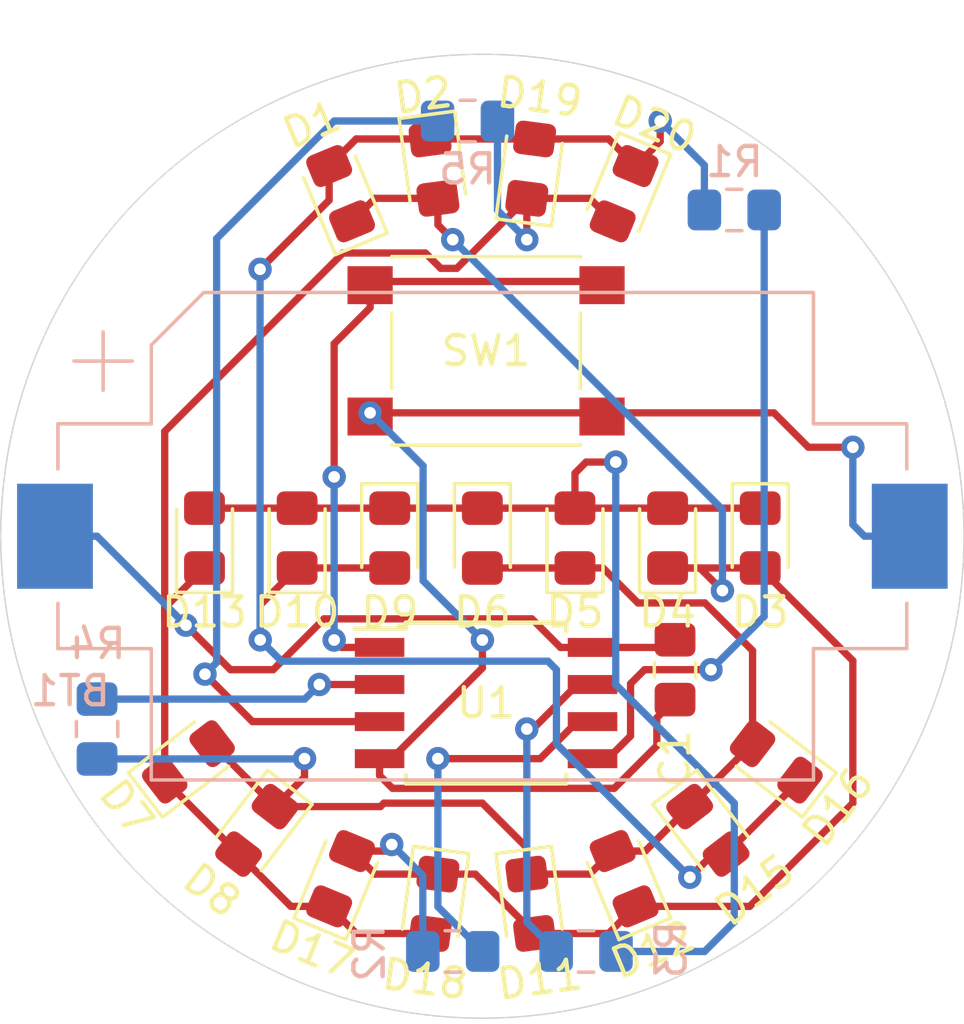
<source format=kicad_pcb>
(kicad_pcb (version 20171130) (host pcbnew "(5.1.4)-1")

  (general
    (thickness 1.6)
    (drawings 1)
    (tracks 207)
    (zones 0)
    (modules 28)
    (nets 14)
  )

  (page A4)
  (layers
    (0 F.Cu signal)
    (31 B.Cu signal)
    (32 B.Adhes user)
    (33 F.Adhes user)
    (34 B.Paste user)
    (35 F.Paste user)
    (36 B.SilkS user)
    (37 F.SilkS user)
    (38 B.Mask user)
    (39 F.Mask user)
    (40 Dwgs.User user)
    (41 Cmts.User user)
    (42 Eco1.User user)
    (43 Eco2.User user)
    (44 Edge.Cuts user)
    (45 Margin user)
    (46 B.CrtYd user)
    (47 F.CrtYd user)
    (48 B.Fab user)
    (49 F.Fab user)
  )

  (setup
    (last_trace_width 0.25)
    (trace_clearance 0.2)
    (zone_clearance 0.508)
    (zone_45_only no)
    (trace_min 0.2)
    (via_size 0.8)
    (via_drill 0.4)
    (via_min_size 0.4)
    (via_min_drill 0.3)
    (uvia_size 0.3)
    (uvia_drill 0.1)
    (uvias_allowed no)
    (uvia_min_size 0.2)
    (uvia_min_drill 0.1)
    (edge_width 0.05)
    (segment_width 0.2)
    (pcb_text_width 0.3)
    (pcb_text_size 1.5 1.5)
    (mod_edge_width 0.12)
    (mod_text_size 1 1)
    (mod_text_width 0.15)
    (pad_size 1.524 1.524)
    (pad_drill 0.762)
    (pad_to_mask_clearance 0.051)
    (solder_mask_min_width 0.25)
    (aux_axis_origin 0 0)
    (grid_origin 152.4 88.9)
    (visible_elements 7FFFFFFF)
    (pcbplotparams
      (layerselection 0x010fc_ffffffff)
      (usegerberextensions false)
      (usegerberattributes false)
      (usegerberadvancedattributes false)
      (creategerberjobfile false)
      (excludeedgelayer true)
      (linewidth 0.100000)
      (plotframeref false)
      (viasonmask false)
      (mode 1)
      (useauxorigin false)
      (hpglpennumber 1)
      (hpglpenspeed 20)
      (hpglpendiameter 15.000000)
      (psnegative false)
      (psa4output false)
      (plotreference true)
      (plotvalue true)
      (plotinvisibletext false)
      (padsonsilk false)
      (subtractmaskfromsilk false)
      (outputformat 1)
      (mirror false)
      (drillshape 1)
      (scaleselection 1)
      (outputdirectory ""))
  )

  (net 0 "")
  (net 1 GND)
  (net 2 +BATT)
  (net 3 "Net-(D1-Pad1)")
  (net 4 "Net-(D1-Pad2)")
  (net 5 "Net-(D10-Pad2)")
  (net 6 "Net-(D11-Pad1)")
  (net 7 "Net-(D13-Pad1)")
  (net 8 PIN0)
  (net 9 PIN1)
  (net 10 PIN2)
  (net 11 PIN3)
  (net 12 PIN4)
  (net 13 n_RST)

  (net_class Default "This is the default net class."
    (clearance 0.2)
    (trace_width 0.25)
    (via_dia 0.8)
    (via_drill 0.4)
    (uvia_dia 0.3)
    (uvia_drill 0.1)
    (add_net +BATT)
    (add_net GND)
    (add_net "Net-(D1-Pad1)")
    (add_net "Net-(D1-Pad2)")
    (add_net "Net-(D10-Pad2)")
    (add_net "Net-(D11-Pad1)")
    (add_net "Net-(D13-Pad1)")
    (add_net PIN0)
    (add_net PIN1)
    (add_net PIN2)
    (add_net PIN3)
    (add_net PIN4)
    (add_net n_RST)
  )

  (module Capacitor_SMD:C_0805_2012Metric_Pad1.15x1.40mm_HandSolder (layer F.Cu) (tedit 5B36C52B) (tstamp 5E341163)
    (at 159.004 93.472 270)
    (descr "Capacitor SMD 0805 (2012 Metric), square (rectangular) end terminal, IPC_7351 nominal with elongated pad for handsoldering. (Body size source: https://docs.google.com/spreadsheets/d/1BsfQQcO9C6DZCsRaXUlFlo91Tg2WpOkGARC1WS5S8t0/edit?usp=sharing), generated with kicad-footprint-generator")
    (tags "capacitor handsolder")
    (path /5E37211B)
    (attr smd)
    (fp_text reference C1 (at 3.048 0 90) (layer F.SilkS)
      (effects (font (size 1 1) (thickness 0.15)))
    )
    (fp_text value "" (at 0 1.65 90) (layer F.Fab)
      (effects (font (size 1 1) (thickness 0.15)))
    )
    (fp_text user %R (at 0 0 90) (layer F.Fab)
      (effects (font (size 0.5 0.5) (thickness 0.08)))
    )
    (fp_line (start 1.85 0.95) (end -1.85 0.95) (layer F.CrtYd) (width 0.05))
    (fp_line (start 1.85 -0.95) (end 1.85 0.95) (layer F.CrtYd) (width 0.05))
    (fp_line (start -1.85 -0.95) (end 1.85 -0.95) (layer F.CrtYd) (width 0.05))
    (fp_line (start -1.85 0.95) (end -1.85 -0.95) (layer F.CrtYd) (width 0.05))
    (fp_line (start -0.261252 0.71) (end 0.261252 0.71) (layer F.SilkS) (width 0.12))
    (fp_line (start -0.261252 -0.71) (end 0.261252 -0.71) (layer F.SilkS) (width 0.12))
    (fp_line (start 1 0.6) (end -1 0.6) (layer F.Fab) (width 0.1))
    (fp_line (start 1 -0.6) (end 1 0.6) (layer F.Fab) (width 0.1))
    (fp_line (start -1 -0.6) (end 1 -0.6) (layer F.Fab) (width 0.1))
    (fp_line (start -1 0.6) (end -1 -0.6) (layer F.Fab) (width 0.1))
    (pad 2 smd roundrect (at 1.025 0 270) (size 1.15 1.4) (layers F.Cu F.Paste F.Mask) (roundrect_rratio 0.217391)
      (net 1 GND))
    (pad 1 smd roundrect (at -1.025 0 270) (size 1.15 1.4) (layers F.Cu F.Paste F.Mask) (roundrect_rratio 0.217391)
      (net 2 +BATT))
    (model ${KISYS3DMOD}/Capacitor_SMD.3dshapes/C_0805_2012Metric.wrl
      (at (xyz 0 0 0))
      (scale (xyz 1 1 1))
      (rotate (xyz 0 0 0))
    )
  )

  (module LED_SMD:LED_0805_2012Metric_Pad1.15x1.40mm_HandSolder (layer F.Cu) (tedit 5B4B45C9) (tstamp 5E33EC65)
    (at 161.925 88.9635 270)
    (descr "LED SMD 0805 (2012 Metric), square (rectangular) end terminal, IPC_7351 nominal, (Body size source: https://docs.google.com/spreadsheets/d/1BsfQQcO9C6DZCsRaXUlFlo91Tg2WpOkGARC1WS5S8t0/edit?usp=sharing), generated with kicad-footprint-generator")
    (tags "LED handsolder")
    (path /5E341E24)
    (attr smd)
    (fp_text reference D3 (at 2.54 0 180) (layer F.SilkS)
      (effects (font (size 1 1) (thickness 0.15)))
    )
    (fp_text value LED (at 0 1.65 90) (layer F.Fab)
      (effects (font (size 1 1) (thickness 0.15)))
    )
    (fp_text user %R (at 0 0 90) (layer F.Fab)
      (effects (font (size 0.5 0.5) (thickness 0.08)))
    )
    (fp_line (start 1.85 0.95) (end -1.85 0.95) (layer F.CrtYd) (width 0.05))
    (fp_line (start 1.85 -0.95) (end 1.85 0.95) (layer F.CrtYd) (width 0.05))
    (fp_line (start -1.85 -0.95) (end 1.85 -0.95) (layer F.CrtYd) (width 0.05))
    (fp_line (start -1.85 0.95) (end -1.85 -0.95) (layer F.CrtYd) (width 0.05))
    (fp_line (start -1.86 0.96) (end 1 0.96) (layer F.SilkS) (width 0.12))
    (fp_line (start -1.86 -0.96) (end -1.86 0.96) (layer F.SilkS) (width 0.12))
    (fp_line (start 1 -0.96) (end -1.86 -0.96) (layer F.SilkS) (width 0.12))
    (fp_line (start 1 0.6) (end 1 -0.6) (layer F.Fab) (width 0.1))
    (fp_line (start -1 0.6) (end 1 0.6) (layer F.Fab) (width 0.1))
    (fp_line (start -1 -0.3) (end -1 0.6) (layer F.Fab) (width 0.1))
    (fp_line (start -0.7 -0.6) (end -1 -0.3) (layer F.Fab) (width 0.1))
    (fp_line (start 1 -0.6) (end -0.7 -0.6) (layer F.Fab) (width 0.1))
    (pad 2 smd roundrect (at 1.025 0 270) (size 1.15 1.4) (layers F.Cu F.Paste F.Mask) (roundrect_rratio 0.217391)
      (net 3 "Net-(D1-Pad1)"))
    (pad 1 smd roundrect (at -1.025 0 270) (size 1.15 1.4) (layers F.Cu F.Paste F.Mask) (roundrect_rratio 0.217391)
      (net 5 "Net-(D10-Pad2)"))
    (model ${KISYS3DMOD}/LED_SMD.3dshapes/LED_0805_2012Metric.wrl
      (at (xyz 0 0 0))
      (scale (xyz 1 1 1))
      (rotate (xyz 0 0 0))
    )
  )

  (module LED_SMD:LED_0805_2012Metric_Pad1.15x1.40mm_HandSolder (layer F.Cu) (tedit 5B4B45C9) (tstamp 5E344690)
    (at 157.26008 100.63327 112.5)
    (descr "LED SMD 0805 (2012 Metric), square (rectangular) end terminal, IPC_7351 nominal, (Body size source: https://docs.google.com/spreadsheets/d/1BsfQQcO9C6DZCsRaXUlFlo91Tg2WpOkGARC1WS5S8t0/edit?usp=sharing), generated with kicad-footprint-generator")
    (tags "LED handsolder")
    (path /5E35651E)
    (attr smd)
    (fp_text reference D12 (at -2.618233 -0.021685 202.5) (layer F.SilkS)
      (effects (font (size 1 1) (thickness 0.15)))
    )
    (fp_text value LED (at 0 1.65 112.5) (layer F.Fab)
      (effects (font (size 1 1) (thickness 0.15)))
    )
    (fp_line (start 1 -0.6) (end -0.7 -0.6) (layer F.Fab) (width 0.1))
    (fp_line (start -0.7 -0.6) (end -1 -0.3) (layer F.Fab) (width 0.1))
    (fp_line (start -1 -0.3) (end -1 0.6) (layer F.Fab) (width 0.1))
    (fp_line (start -1 0.6) (end 1 0.6) (layer F.Fab) (width 0.1))
    (fp_line (start 1 0.6) (end 1 -0.6) (layer F.Fab) (width 0.1))
    (fp_line (start 1 -0.96) (end -1.86 -0.96) (layer F.SilkS) (width 0.12))
    (fp_line (start -1.86 -0.96) (end -1.86 0.96) (layer F.SilkS) (width 0.12))
    (fp_line (start -1.86 0.96) (end 1 0.96) (layer F.SilkS) (width 0.12))
    (fp_line (start -1.85 0.95) (end -1.85 -0.95) (layer F.CrtYd) (width 0.05))
    (fp_line (start -1.85 -0.95) (end 1.85 -0.95) (layer F.CrtYd) (width 0.05))
    (fp_line (start 1.85 -0.95) (end 1.85 0.95) (layer F.CrtYd) (width 0.05))
    (fp_line (start 1.85 0.95) (end -1.85 0.95) (layer F.CrtYd) (width 0.05))
    (fp_text user %R (at 0 0 112.5) (layer F.Fab)
      (effects (font (size 0.5 0.5) (thickness 0.08)))
    )
    (pad 1 smd roundrect (at -1.025 0 112.5) (size 1.15 1.4) (layers F.Cu F.Paste F.Mask) (roundrect_rratio 0.217391)
      (net 3 "Net-(D1-Pad1)"))
    (pad 2 smd roundrect (at 1.025 0 112.5) (size 1.15 1.4) (layers F.Cu F.Paste F.Mask) (roundrect_rratio 0.217391)
      (net 6 "Net-(D11-Pad1)"))
    (model ${KISYS3DMOD}/LED_SMD.3dshapes/LED_0805_2012Metric.wrl
      (at (xyz 0 0 0))
      (scale (xyz 1 1 1))
      (rotate (xyz 0 0 0))
    )
  )

  (module LED_SMD:LED_0805_2012Metric_Pad1.15x1.40mm_HandSolder (layer F.Cu) (tedit 5B4B45C9) (tstamp 5E3427D5)
    (at 142.324413 96.63127 37.5)
    (descr "LED SMD 0805 (2012 Metric), square (rectangular) end terminal, IPC_7351 nominal, (Body size source: https://docs.google.com/spreadsheets/d/1BsfQQcO9C6DZCsRaXUlFlo91Tg2WpOkGARC1WS5S8t0/edit?usp=sharing), generated with kicad-footprint-generator")
    (tags "LED handsolder")
    (path /5E345603)
    (attr smd)
    (fp_text reference D7 (at -2.631854 -0.046689 307.5) (layer F.SilkS)
      (effects (font (size 1 1) (thickness 0.15)))
    )
    (fp_text value LED (at 0 1.65 37.5) (layer F.Fab)
      (effects (font (size 1 1) (thickness 0.15)))
    )
    (fp_line (start 1 -0.6) (end -0.7 -0.6) (layer F.Fab) (width 0.1))
    (fp_line (start -0.7 -0.6) (end -1 -0.3) (layer F.Fab) (width 0.1))
    (fp_line (start -1 -0.3) (end -1 0.6) (layer F.Fab) (width 0.1))
    (fp_line (start -1 0.6) (end 1 0.6) (layer F.Fab) (width 0.1))
    (fp_line (start 1 0.6) (end 1 -0.6) (layer F.Fab) (width 0.1))
    (fp_line (start 1 -0.96) (end -1.86 -0.96) (layer F.SilkS) (width 0.12))
    (fp_line (start -1.86 -0.96) (end -1.86 0.96) (layer F.SilkS) (width 0.12))
    (fp_line (start -1.86 0.96) (end 1 0.96) (layer F.SilkS) (width 0.12))
    (fp_line (start -1.85 0.95) (end -1.85 -0.95) (layer F.CrtYd) (width 0.05))
    (fp_line (start -1.85 -0.95) (end 1.85 -0.95) (layer F.CrtYd) (width 0.05))
    (fp_line (start 1.85 -0.95) (end 1.85 0.95) (layer F.CrtYd) (width 0.05))
    (fp_line (start 1.85 0.95) (end -1.85 0.95) (layer F.CrtYd) (width 0.05))
    (fp_text user %R (at 0 0.159999 37.5) (layer F.Fab)
      (effects (font (size 0.5 0.5) (thickness 0.08)))
    )
    (pad 1 smd roundrect (at -1.025 0 37.5) (size 1.15 1.4) (layers F.Cu F.Paste F.Mask) (roundrect_rratio 0.217391)
      (net 7 "Net-(D13-Pad1)"))
    (pad 2 smd roundrect (at 1.025 0 37.5) (size 1.15 1.4) (layers F.Cu F.Paste F.Mask) (roundrect_rratio 0.217391)
      (net 6 "Net-(D11-Pad1)"))
    (model ${KISYS3DMOD}/LED_SMD.3dshapes/LED_0805_2012Metric.wrl
      (at (xyz 0 0 0))
      (scale (xyz 1 1 1))
      (rotate (xyz 0 0 0))
    )
  )

  (module LED_SMD:LED_0805_2012Metric_Pad1.15x1.40mm_HandSolder (layer F.Cu) (tedit 5B4B45C9) (tstamp 5E34142E)
    (at 147.53992 77.16673 112.5)
    (descr "LED SMD 0805 (2012 Metric), square (rectangular) end terminal, IPC_7351 nominal, (Body size source: https://docs.google.com/spreadsheets/d/1BsfQQcO9C6DZCsRaXUlFlo91Tg2WpOkGARC1WS5S8t0/edit?usp=sharing), generated with kicad-footprint-generator")
    (tags "LED handsolder")
    (path /5E338FF0)
    (attr smd)
    (fp_text reference D1 (at 2.559566 -0.002615 202.5) (layer F.SilkS)
      (effects (font (size 1 1) (thickness 0.15)))
    )
    (fp_text value LED (at 8.271468 -6.159425 202.5) (layer F.Fab)
      (effects (font (size 1 1) (thickness 0.15)))
    )
    (fp_line (start 1 -0.6) (end -0.7 -0.6) (layer F.Fab) (width 0.1))
    (fp_line (start -0.7 -0.6) (end -1 -0.3) (layer F.Fab) (width 0.1))
    (fp_line (start -1 -0.3) (end -1 0.6) (layer F.Fab) (width 0.1))
    (fp_line (start -1 0.6) (end 1 0.6) (layer F.Fab) (width 0.1))
    (fp_line (start 1 0.6) (end 1 -0.6) (layer F.Fab) (width 0.1))
    (fp_line (start 1 -0.96) (end -1.86 -0.96) (layer F.SilkS) (width 0.12))
    (fp_line (start -1.86 -0.96) (end -1.86 0.96) (layer F.SilkS) (width 0.12))
    (fp_line (start -1.86 0.96) (end 1 0.96) (layer F.SilkS) (width 0.12))
    (fp_line (start -1.85 0.95) (end -1.85 -0.95) (layer F.CrtYd) (width 0.05))
    (fp_line (start -1.85 -0.95) (end 1.85 -0.95) (layer F.CrtYd) (width 0.05))
    (fp_line (start 1.85 -0.95) (end 1.85 0.95) (layer F.CrtYd) (width 0.05))
    (fp_line (start 1.85 0.95) (end -1.85 0.95) (layer F.CrtYd) (width 0.05))
    (fp_text user %R (at 0 0 112.5) (layer F.Fab)
      (effects (font (size 0.5 0.5) (thickness 0.08)))
    )
    (pad 1 smd roundrect (at -1.025 0 112.5) (size 1.15 1.4) (layers F.Cu F.Paste F.Mask) (roundrect_rratio 0.217391)
      (net 3 "Net-(D1-Pad1)"))
    (pad 2 smd roundrect (at 1.025 0 112.5) (size 1.15 1.4) (layers F.Cu F.Paste F.Mask) (roundrect_rratio 0.217391)
      (net 4 "Net-(D1-Pad2)"))
    (model ${KISYS3DMOD}/LED_SMD.3dshapes/LED_0805_2012Metric.wrl
      (at (xyz 0 0 0))
      (scale (xyz 1 1 1))
      (rotate (xyz 0 0 0))
    )
  )

  (module Battery:BatteryHolder_Keystone_1060_1x2032 (layer B.Cu) (tedit 5B98EF5E) (tstamp 5E33EC2C)
    (at 152.4 88.9)
    (descr http://www.keyelco.com/product-pdf.cfm?p=726)
    (tags "CR2032 BR2032 BatteryHolder Battery")
    (path /5E3AC329)
    (attr smd)
    (fp_text reference BT1 (at -14.125 5.3) (layer B.SilkS)
      (effects (font (size 1 1) (thickness 0.15)) (justify mirror))
    )
    (fp_text value Battery_Cell (at 0 11.75) (layer B.Fab)
      (effects (font (size 1 1) (thickness 0.15)) (justify mirror))
    )
    (fp_circle (center 0 0) (end -10.2 0) (layer Dwgs.User) (width 0.3))
    (fp_line (start 11 -8) (end -9.4 -8) (layer B.Fab) (width 0.1))
    (fp_line (start 11 8) (end -11 8) (layer B.Fab) (width 0.1))
    (fp_line (start 11 -8) (end 11 -3.5) (layer B.Fab) (width 0.1))
    (fp_line (start 11 8) (end 11 3.5) (layer B.Fab) (width 0.1))
    (fp_line (start -11 8) (end -11 3.5) (layer B.Fab) (width 0.1))
    (fp_line (start -11 -6.4) (end -11 -3.5) (layer B.Fab) (width 0.1))
    (fp_line (start -11 -3.5) (end -14.2 -3.5) (layer B.Fab) (width 0.1))
    (fp_line (start -14.2 -3.5) (end -14.2 3.5) (layer B.Fab) (width 0.1))
    (fp_line (start -14.2 3.5) (end -11 3.5) (layer B.Fab) (width 0.1))
    (fp_line (start 11 -3.5) (end 14.2 -3.5) (layer B.Fab) (width 0.1))
    (fp_line (start 14.2 -3.5) (end 14.2 3.5) (layer B.Fab) (width 0.1))
    (fp_line (start 14.2 3.5) (end 11 3.5) (layer B.Fab) (width 0.1))
    (fp_line (start -9.4 -8) (end -11 -6.4) (layer B.Fab) (width 0.1))
    (fp_line (start 11.35 -3.85) (end 14.55 -3.85) (layer B.SilkS) (width 0.12))
    (fp_line (start 14.55 -3.85) (end 14.55 -2.3) (layer B.SilkS) (width 0.12))
    (fp_line (start 11.35 -8.35) (end 11.35 -3.85) (layer B.SilkS) (width 0.12))
    (fp_line (start 11.35 -8.35) (end -9.55 -8.35) (layer B.SilkS) (width 0.12))
    (fp_line (start -11.35 -6.55) (end -11.35 -3.85) (layer B.SilkS) (width 0.12))
    (fp_line (start -9.55 -8.35) (end -11.35 -6.55) (layer B.SilkS) (width 0.12))
    (fp_line (start -11.35 -3.85) (end -14.55 -3.85) (layer B.SilkS) (width 0.12))
    (fp_line (start -14.55 -3.85) (end -14.55 -2.3) (layer B.SilkS) (width 0.12))
    (fp_line (start -11.35 3.85) (end -14.55 3.85) (layer B.SilkS) (width 0.12))
    (fp_line (start -14.55 3.85) (end -14.55 2.3) (layer B.SilkS) (width 0.12))
    (fp_line (start 11.35 3.85) (end 14.55 3.85) (layer B.SilkS) (width 0.12))
    (fp_line (start 14.55 3.85) (end 14.55 2.3) (layer B.SilkS) (width 0.12))
    (fp_line (start -11.35 8.35) (end 11.35 8.35) (layer B.SilkS) (width 0.12))
    (fp_line (start -11.35 8.35) (end -11.35 3.85) (layer B.SilkS) (width 0.12))
    (fp_line (start 11.35 8.35) (end 11.35 3.85) (layer B.SilkS) (width 0.12))
    (fp_arc (start 0 0) (end -6.5 -8.5) (angle 74.81070976) (layer B.CrtYd) (width 0.05))
    (fp_line (start 11.5 -8.5) (end 6.5 -8.5) (layer B.CrtYd) (width 0.05))
    (fp_line (start -6.5 -8.5) (end -11.5 -8.5) (layer B.CrtYd) (width 0.05))
    (fp_line (start -11.5 -4) (end -11.5 -8.5) (layer B.CrtYd) (width 0.05))
    (fp_line (start -14.7 -4) (end -11.5 -4) (layer B.CrtYd) (width 0.05))
    (fp_line (start -14.7 -4) (end -14.7 -2.3) (layer B.CrtYd) (width 0.05))
    (fp_line (start -14.7 -2.3) (end -16.45 -2.3) (layer B.CrtYd) (width 0.05))
    (fp_line (start -16.45 -2.3) (end -16.45 2.3) (layer B.CrtYd) (width 0.05))
    (fp_line (start -14.7 2.3) (end -16.45 2.3) (layer B.CrtYd) (width 0.05))
    (fp_line (start -14.7 2.3) (end -14.7 4) (layer B.CrtYd) (width 0.05))
    (fp_line (start -14.7 4) (end -11.5 4) (layer B.CrtYd) (width 0.05))
    (fp_line (start -11.5 4) (end -11.5 8.5) (layer B.CrtYd) (width 0.05))
    (fp_line (start -11.5 8.5) (end -6.5 8.5) (layer B.CrtYd) (width 0.05))
    (fp_line (start 11.5 8.5) (end 11.5 4) (layer B.CrtYd) (width 0.05))
    (fp_line (start 11.5 4) (end 14.7 4) (layer B.CrtYd) (width 0.05))
    (fp_line (start 14.7 4) (end 14.7 2.3) (layer B.CrtYd) (width 0.05))
    (fp_line (start 14.7 2.3) (end 16.45 2.3) (layer B.CrtYd) (width 0.05))
    (fp_line (start 16.45 2.3) (end 16.45 -2.3) (layer B.CrtYd) (width 0.05))
    (fp_line (start 16.45 -2.3) (end 14.7 -2.3) (layer B.CrtYd) (width 0.05))
    (fp_line (start 14.7 -2.3) (end 14.7 -4) (layer B.CrtYd) (width 0.05))
    (fp_line (start 14.7 -4) (end 11.5 -4) (layer B.CrtYd) (width 0.05))
    (fp_line (start 11.5 -4) (end 11.5 -8.5) (layer B.CrtYd) (width 0.05))
    (fp_arc (start 0 0) (end 6.5 8.5) (angle 74.81070976) (layer B.CrtYd) (width 0.05))
    (fp_line (start 11.5 8.5) (end 6.5 8.5) (layer B.CrtYd) (width 0.05))
    (fp_text user %R (at 0 0) (layer B.Fab)
      (effects (font (size 1 1) (thickness 0.15)) (justify mirror))
    )
    (fp_line (start -13 -5) (end -13 -7) (layer B.SilkS) (width 0.12))
    (fp_line (start -12 -6) (end -14 -6) (layer B.SilkS) (width 0.12))
    (pad 2 smd rect (at 14.65 0 180) (size 2.6 3.6) (layers B.Cu B.Paste B.Mask)
      (net 1 GND))
    (pad 1 smd rect (at -14.65 0 180) (size 2.6 3.6) (layers B.Cu B.Paste B.Mask)
      (net 2 +BATT))
    (model ${KISYS3DMOD}/Battery.3dshapes/BatteryHolder_Keystone_1060_1x2032.wrl
      (at (xyz 0 0 0))
      (scale (xyz 1 1 1))
      (rotate (xyz 0 0 0))
    )
  )

  (module LED_SMD:LED_0805_2012Metric_Pad1.15x1.40mm_HandSolder (layer F.Cu) (tedit 5B4B45C9) (tstamp 5E33EC78)
    (at 158.75 88.9635 90)
    (descr "LED SMD 0805 (2012 Metric), square (rectangular) end terminal, IPC_7351 nominal, (Body size source: https://docs.google.com/spreadsheets/d/1BsfQQcO9C6DZCsRaXUlFlo91Tg2WpOkGARC1WS5S8t0/edit?usp=sharing), generated with kicad-footprint-generator")
    (tags "LED handsolder")
    (path /5E3423B3)
    (attr smd)
    (fp_text reference D4 (at -2.54 0 180) (layer F.SilkS)
      (effects (font (size 1 1) (thickness 0.15)))
    )
    (fp_text value LED (at 0 1.65 90) (layer F.Fab)
      (effects (font (size 1 1) (thickness 0.15)))
    )
    (fp_line (start 1 -0.6) (end -0.7 -0.6) (layer F.Fab) (width 0.1))
    (fp_line (start -0.7 -0.6) (end -1 -0.3) (layer F.Fab) (width 0.1))
    (fp_line (start -1 -0.3) (end -1 0.6) (layer F.Fab) (width 0.1))
    (fp_line (start -1 0.6) (end 1 0.6) (layer F.Fab) (width 0.1))
    (fp_line (start 1 0.6) (end 1 -0.6) (layer F.Fab) (width 0.1))
    (fp_line (start 1 -0.96) (end -1.86 -0.96) (layer F.SilkS) (width 0.12))
    (fp_line (start -1.86 -0.96) (end -1.86 0.96) (layer F.SilkS) (width 0.12))
    (fp_line (start -1.86 0.96) (end 1 0.96) (layer F.SilkS) (width 0.12))
    (fp_line (start -1.85 0.95) (end -1.85 -0.95) (layer F.CrtYd) (width 0.05))
    (fp_line (start -1.85 -0.95) (end 1.85 -0.95) (layer F.CrtYd) (width 0.05))
    (fp_line (start 1.85 -0.95) (end 1.85 0.95) (layer F.CrtYd) (width 0.05))
    (fp_line (start 1.85 0.95) (end -1.85 0.95) (layer F.CrtYd) (width 0.05))
    (fp_text user %R (at 0 0 90) (layer F.Fab)
      (effects (font (size 0.5 0.5) (thickness 0.08)))
    )
    (pad 1 smd roundrect (at -1.025 0 90) (size 1.15 1.4) (layers F.Cu F.Paste F.Mask) (roundrect_rratio 0.217391)
      (net 3 "Net-(D1-Pad1)"))
    (pad 2 smd roundrect (at 1.025 0 90) (size 1.15 1.4) (layers F.Cu F.Paste F.Mask) (roundrect_rratio 0.217391)
      (net 5 "Net-(D10-Pad2)"))
    (model ${KISYS3DMOD}/LED_SMD.3dshapes/LED_0805_2012Metric.wrl
      (at (xyz 0 0 0))
      (scale (xyz 1 1 1))
      (rotate (xyz 0 0 0))
    )
  )

  (module LED_SMD:LED_0805_2012Metric_Pad1.15x1.40mm_HandSolder (layer F.Cu) (tedit 5B4B45C9) (tstamp 5E33EC8B)
    (at 155.575 88.9635 90)
    (descr "LED SMD 0805 (2012 Metric), square (rectangular) end terminal, IPC_7351 nominal, (Body size source: https://docs.google.com/spreadsheets/d/1BsfQQcO9C6DZCsRaXUlFlo91Tg2WpOkGARC1WS5S8t0/edit?usp=sharing), generated with kicad-footprint-generator")
    (tags "LED handsolder")
    (path /5E344089)
    (attr smd)
    (fp_text reference D5 (at -2.54 0 180) (layer F.SilkS)
      (effects (font (size 1 1) (thickness 0.15)))
    )
    (fp_text value LED (at 0 2.54 90) (layer F.Fab)
      (effects (font (size 1 1) (thickness 0.15)))
    )
    (fp_text user %R (at 0 0 90) (layer F.Fab)
      (effects (font (size 0.5 0.5) (thickness 0.08)))
    )
    (fp_line (start 1.85 0.95) (end -1.85 0.95) (layer F.CrtYd) (width 0.05))
    (fp_line (start 1.85 -0.95) (end 1.85 0.95) (layer F.CrtYd) (width 0.05))
    (fp_line (start -1.85 -0.95) (end 1.85 -0.95) (layer F.CrtYd) (width 0.05))
    (fp_line (start -1.85 0.95) (end -1.85 -0.95) (layer F.CrtYd) (width 0.05))
    (fp_line (start -1.86 0.96) (end 1 0.96) (layer F.SilkS) (width 0.12))
    (fp_line (start -1.86 -0.96) (end -1.86 0.96) (layer F.SilkS) (width 0.12))
    (fp_line (start 1 -0.96) (end -1.86 -0.96) (layer F.SilkS) (width 0.12))
    (fp_line (start 1 0.6) (end 1 -0.6) (layer F.Fab) (width 0.1))
    (fp_line (start -1 0.6) (end 1 0.6) (layer F.Fab) (width 0.1))
    (fp_line (start -1 -0.3) (end -1 0.6) (layer F.Fab) (width 0.1))
    (fp_line (start -0.7 -0.6) (end -1 -0.3) (layer F.Fab) (width 0.1))
    (fp_line (start 1 -0.6) (end -0.7 -0.6) (layer F.Fab) (width 0.1))
    (pad 2 smd roundrect (at 1.025 0 90) (size 1.15 1.4) (layers F.Cu F.Paste F.Mask) (roundrect_rratio 0.217391)
      (net 5 "Net-(D10-Pad2)"))
    (pad 1 smd roundrect (at -1.025 0 90) (size 1.15 1.4) (layers F.Cu F.Paste F.Mask) (roundrect_rratio 0.217391)
      (net 6 "Net-(D11-Pad1)"))
    (model ${KISYS3DMOD}/LED_SMD.3dshapes/LED_0805_2012Metric.wrl
      (at (xyz 0 0 0))
      (scale (xyz 1 1 1))
      (rotate (xyz 0 0 0))
    )
  )

  (module LED_SMD:LED_0805_2012Metric_Pad1.15x1.40mm_HandSolder (layer F.Cu) (tedit 5B4B45C9) (tstamp 5E33EC9E)
    (at 152.4 88.9635 270)
    (descr "LED SMD 0805 (2012 Metric), square (rectangular) end terminal, IPC_7351 nominal, (Body size source: https://docs.google.com/spreadsheets/d/1BsfQQcO9C6DZCsRaXUlFlo91Tg2WpOkGARC1WS5S8t0/edit?usp=sharing), generated with kicad-footprint-generator")
    (tags "LED handsolder")
    (path /5E34408F)
    (attr smd)
    (fp_text reference D6 (at 2.54 0 180) (layer F.SilkS)
      (effects (font (size 1 1) (thickness 0.15)))
    )
    (fp_text value LED (at 0 1.65 90) (layer F.Fab)
      (effects (font (size 1 1) (thickness 0.15)))
    )
    (fp_line (start 1 -0.6) (end -0.7 -0.6) (layer F.Fab) (width 0.1))
    (fp_line (start -0.7 -0.6) (end -1 -0.3) (layer F.Fab) (width 0.1))
    (fp_line (start -1 -0.3) (end -1 0.6) (layer F.Fab) (width 0.1))
    (fp_line (start -1 0.6) (end 1 0.6) (layer F.Fab) (width 0.1))
    (fp_line (start 1 0.6) (end 1 -0.6) (layer F.Fab) (width 0.1))
    (fp_line (start 1 -0.96) (end -1.86 -0.96) (layer F.SilkS) (width 0.12))
    (fp_line (start -1.86 -0.96) (end -1.86 0.96) (layer F.SilkS) (width 0.12))
    (fp_line (start -1.86 0.96) (end 1 0.96) (layer F.SilkS) (width 0.12))
    (fp_line (start -1.85 0.95) (end -1.85 -0.95) (layer F.CrtYd) (width 0.05))
    (fp_line (start -1.85 -0.95) (end 1.85 -0.95) (layer F.CrtYd) (width 0.05))
    (fp_line (start 1.85 -0.95) (end 1.85 0.95) (layer F.CrtYd) (width 0.05))
    (fp_line (start 1.85 0.95) (end -1.85 0.95) (layer F.CrtYd) (width 0.05))
    (fp_text user %R (at 0 0 90) (layer F.Fab)
      (effects (font (size 0.5 0.5) (thickness 0.08)))
    )
    (pad 1 smd roundrect (at -1.025 0 270) (size 1.15 1.4) (layers F.Cu F.Paste F.Mask) (roundrect_rratio 0.217391)
      (net 5 "Net-(D10-Pad2)"))
    (pad 2 smd roundrect (at 1.025 0 270) (size 1.15 1.4) (layers F.Cu F.Paste F.Mask) (roundrect_rratio 0.217391)
      (net 6 "Net-(D11-Pad1)"))
    (model ${KISYS3DMOD}/LED_SMD.3dshapes/LED_0805_2012Metric.wrl
      (at (xyz 0 0 0))
      (scale (xyz 1 1 1))
      (rotate (xyz 0 0 0))
    )
  )

  (module LED_SMD:LED_0805_2012Metric_Pad1.15x1.40mm_HandSolder (layer F.Cu) (tedit 5B4B45C9) (tstamp 5E33ECD7)
    (at 149.225 88.9635 270)
    (descr "LED SMD 0805 (2012 Metric), square (rectangular) end terminal, IPC_7351 nominal, (Body size source: https://docs.google.com/spreadsheets/d/1BsfQQcO9C6DZCsRaXUlFlo91Tg2WpOkGARC1WS5S8t0/edit?usp=sharing), generated with kicad-footprint-generator")
    (tags "LED handsolder")
    (path /5E356512)
    (attr smd)
    (fp_text reference D9 (at 2.54 0 180) (layer F.SilkS)
      (effects (font (size 1 1) (thickness 0.15)))
    )
    (fp_text value LED (at 0 1.65 90) (layer F.Fab)
      (effects (font (size 1 1) (thickness 0.15)))
    )
    (fp_text user %R (at 0 0 90) (layer F.Fab)
      (effects (font (size 0.5 0.5) (thickness 0.08)))
    )
    (fp_line (start 1.85 0.95) (end -1.85 0.95) (layer F.CrtYd) (width 0.05))
    (fp_line (start 1.85 -0.95) (end 1.85 0.95) (layer F.CrtYd) (width 0.05))
    (fp_line (start -1.85 -0.95) (end 1.85 -0.95) (layer F.CrtYd) (width 0.05))
    (fp_line (start -1.85 0.95) (end -1.85 -0.95) (layer F.CrtYd) (width 0.05))
    (fp_line (start -1.86 0.96) (end 1 0.96) (layer F.SilkS) (width 0.12))
    (fp_line (start -1.86 -0.96) (end -1.86 0.96) (layer F.SilkS) (width 0.12))
    (fp_line (start 1 -0.96) (end -1.86 -0.96) (layer F.SilkS) (width 0.12))
    (fp_line (start 1 0.6) (end 1 -0.6) (layer F.Fab) (width 0.1))
    (fp_line (start -1 0.6) (end 1 0.6) (layer F.Fab) (width 0.1))
    (fp_line (start -1 -0.3) (end -1 0.6) (layer F.Fab) (width 0.1))
    (fp_line (start -0.7 -0.6) (end -1 -0.3) (layer F.Fab) (width 0.1))
    (fp_line (start 1 -0.6) (end -0.7 -0.6) (layer F.Fab) (width 0.1))
    (pad 2 smd roundrect (at 1.025 0 270) (size 1.15 1.4) (layers F.Cu F.Paste F.Mask) (roundrect_rratio 0.217391)
      (net 4 "Net-(D1-Pad2)"))
    (pad 1 smd roundrect (at -1.025 0 270) (size 1.15 1.4) (layers F.Cu F.Paste F.Mask) (roundrect_rratio 0.217391)
      (net 5 "Net-(D10-Pad2)"))
    (model ${KISYS3DMOD}/LED_SMD.3dshapes/LED_0805_2012Metric.wrl
      (at (xyz 0 0 0))
      (scale (xyz 1 1 1))
      (rotate (xyz 0 0 0))
    )
  )

  (module LED_SMD:LED_0805_2012Metric_Pad1.15x1.40mm_HandSolder (layer F.Cu) (tedit 5B4B45C9) (tstamp 5E33ECEA)
    (at 146.05 88.9635 90)
    (descr "LED SMD 0805 (2012 Metric), square (rectangular) end terminal, IPC_7351 nominal, (Body size source: https://docs.google.com/spreadsheets/d/1BsfQQcO9C6DZCsRaXUlFlo91Tg2WpOkGARC1WS5S8t0/edit?usp=sharing), generated with kicad-footprint-generator")
    (tags "LED handsolder")
    (path /5E35650C)
    (attr smd)
    (fp_text reference D10 (at -2.54 0 180) (layer F.SilkS)
      (effects (font (size 1 1) (thickness 0.15)))
    )
    (fp_text value LED (at 0 1.65 90) (layer F.Fab)
      (effects (font (size 1 1) (thickness 0.15)))
    )
    (fp_line (start 1 -0.6) (end -0.7 -0.6) (layer F.Fab) (width 0.1))
    (fp_line (start -0.7 -0.6) (end -1 -0.3) (layer F.Fab) (width 0.1))
    (fp_line (start -1 -0.3) (end -1 0.6) (layer F.Fab) (width 0.1))
    (fp_line (start -1 0.6) (end 1 0.6) (layer F.Fab) (width 0.1))
    (fp_line (start 1 0.6) (end 1 -0.6) (layer F.Fab) (width 0.1))
    (fp_line (start 1 -0.96) (end -1.86 -0.96) (layer F.SilkS) (width 0.12))
    (fp_line (start -1.86 -0.96) (end -1.86 0.96) (layer F.SilkS) (width 0.12))
    (fp_line (start -1.86 0.96) (end 1 0.96) (layer F.SilkS) (width 0.12))
    (fp_line (start -1.85 0.95) (end -1.85 -0.95) (layer F.CrtYd) (width 0.05))
    (fp_line (start -1.85 -0.95) (end 1.85 -0.95) (layer F.CrtYd) (width 0.05))
    (fp_line (start 1.85 -0.95) (end 1.85 0.95) (layer F.CrtYd) (width 0.05))
    (fp_line (start 1.85 0.95) (end -1.85 0.95) (layer F.CrtYd) (width 0.05))
    (fp_text user %R (at 0 0 90) (layer F.Fab)
      (effects (font (size 0.5 0.5) (thickness 0.08)))
    )
    (pad 1 smd roundrect (at -1.025 0 90) (size 1.15 1.4) (layers F.Cu F.Paste F.Mask) (roundrect_rratio 0.217391)
      (net 4 "Net-(D1-Pad2)"))
    (pad 2 smd roundrect (at 1.025 0 90) (size 1.15 1.4) (layers F.Cu F.Paste F.Mask) (roundrect_rratio 0.217391)
      (net 5 "Net-(D10-Pad2)"))
    (model ${KISYS3DMOD}/LED_SMD.3dshapes/LED_0805_2012Metric.wrl
      (at (xyz 0 0 0))
      (scale (xyz 1 1 1))
      (rotate (xyz 0 0 0))
    )
  )

  (module LED_SMD:LED_0805_2012Metric_Pad1.15x1.40mm_HandSolder (layer F.Cu) (tedit 5B4B45C9) (tstamp 5E33ED23)
    (at 142.875 88.9635 90)
    (descr "LED SMD 0805 (2012 Metric), square (rectangular) end terminal, IPC_7351 nominal, (Body size source: https://docs.google.com/spreadsheets/d/1BsfQQcO9C6DZCsRaXUlFlo91Tg2WpOkGARC1WS5S8t0/edit?usp=sharing), generated with kicad-footprint-generator")
    (tags "LED handsolder")
    (path /5E356524)
    (attr smd)
    (fp_text reference D13 (at -2.54 0 180) (layer F.SilkS)
      (effects (font (size 1 1) (thickness 0.15)))
    )
    (fp_text value LED (at 0 1.65 90) (layer F.Fab)
      (effects (font (size 1 1) (thickness 0.15)))
    )
    (fp_line (start 1 -0.6) (end -0.7 -0.6) (layer F.Fab) (width 0.1))
    (fp_line (start -0.7 -0.6) (end -1 -0.3) (layer F.Fab) (width 0.1))
    (fp_line (start -1 -0.3) (end -1 0.6) (layer F.Fab) (width 0.1))
    (fp_line (start -1 0.6) (end 1 0.6) (layer F.Fab) (width 0.1))
    (fp_line (start 1 0.6) (end 1 -0.6) (layer F.Fab) (width 0.1))
    (fp_line (start 1 -0.96) (end -1.86 -0.96) (layer F.SilkS) (width 0.12))
    (fp_line (start -1.86 -0.96) (end -1.86 0.96) (layer F.SilkS) (width 0.12))
    (fp_line (start -1.86 0.96) (end 1 0.96) (layer F.SilkS) (width 0.12))
    (fp_line (start -1.85 0.95) (end -1.85 -0.95) (layer F.CrtYd) (width 0.05))
    (fp_line (start -1.85 -0.95) (end 1.85 -0.95) (layer F.CrtYd) (width 0.05))
    (fp_line (start 1.85 -0.95) (end 1.85 0.95) (layer F.CrtYd) (width 0.05))
    (fp_line (start 1.85 0.95) (end -1.85 0.95) (layer F.CrtYd) (width 0.05))
    (fp_text user %R (at 0 0 90) (layer F.Fab)
      (effects (font (size 0.5 0.5) (thickness 0.08)))
    )
    (pad 1 smd roundrect (at -1.025 0 90) (size 1.15 1.4) (layers F.Cu F.Paste F.Mask) (roundrect_rratio 0.217391)
      (net 7 "Net-(D13-Pad1)"))
    (pad 2 smd roundrect (at 1.025 0 90) (size 1.15 1.4) (layers F.Cu F.Paste F.Mask) (roundrect_rratio 0.217391)
      (net 5 "Net-(D10-Pad2)"))
    (model ${KISYS3DMOD}/LED_SMD.3dshapes/LED_0805_2012Metric.wrl
      (at (xyz 0 0 0))
      (scale (xyz 1 1 1))
      (rotate (xyz 0 0 0))
    )
  )

  (module Resistor_SMD:R_0805_2012Metric_Pad1.15x1.40mm_HandSolder (layer B.Cu) (tedit 5B36C52B) (tstamp 5E33EDB9)
    (at 161.036 77.724 180)
    (descr "Resistor SMD 0805 (2012 Metric), square (rectangular) end terminal, IPC_7351 nominal with elongated pad for handsoldering. (Body size source: https://docs.google.com/spreadsheets/d/1BsfQQcO9C6DZCsRaXUlFlo91Tg2WpOkGARC1WS5S8t0/edit?usp=sharing), generated with kicad-footprint-generator")
    (tags "resistor handsolder")
    (path /5E33D340)
    (attr smd)
    (fp_text reference R1 (at 0 1.65 180) (layer B.SilkS)
      (effects (font (size 1 1) (thickness 0.15)) (justify mirror))
    )
    (fp_text value 175 (at 0 -1.65 180) (layer B.Fab)
      (effects (font (size 1 1) (thickness 0.15)) (justify mirror))
    )
    (fp_line (start -1 -0.6) (end -1 0.6) (layer B.Fab) (width 0.1))
    (fp_line (start -1 0.6) (end 1 0.6) (layer B.Fab) (width 0.1))
    (fp_line (start 1 0.6) (end 1 -0.6) (layer B.Fab) (width 0.1))
    (fp_line (start 1 -0.6) (end -1 -0.6) (layer B.Fab) (width 0.1))
    (fp_line (start -0.261252 0.71) (end 0.261252 0.71) (layer B.SilkS) (width 0.12))
    (fp_line (start -0.261252 -0.71) (end 0.261252 -0.71) (layer B.SilkS) (width 0.12))
    (fp_line (start -1.85 -0.95) (end -1.85 0.95) (layer B.CrtYd) (width 0.05))
    (fp_line (start -1.85 0.95) (end 1.85 0.95) (layer B.CrtYd) (width 0.05))
    (fp_line (start 1.85 0.95) (end 1.85 -0.95) (layer B.CrtYd) (width 0.05))
    (fp_line (start 1.85 -0.95) (end -1.85 -0.95) (layer B.CrtYd) (width 0.05))
    (fp_text user %R (at 0 0 180) (layer B.Fab)
      (effects (font (size 0.5 0.5) (thickness 0.08)) (justify mirror))
    )
    (pad 1 smd roundrect (at -1.025 0 180) (size 1.15 1.4) (layers B.Cu B.Paste B.Mask) (roundrect_rratio 0.217391)
      (net 8 PIN0))
    (pad 2 smd roundrect (at 1.025 0 180) (size 1.15 1.4) (layers B.Cu B.Paste B.Mask) (roundrect_rratio 0.217391)
      (net 4 "Net-(D1-Pad2)"))
    (model ${KISYS3DMOD}/Resistor_SMD.3dshapes/R_0805_2012Metric.wrl
      (at (xyz 0 0 0))
      (scale (xyz 1 1 1))
      (rotate (xyz 0 0 0))
    )
  )

  (module Resistor_SMD:R_0805_2012Metric_Pad1.15x1.40mm_HandSolder (layer B.Cu) (tedit 5B36C52B) (tstamp 5E33EDCA)
    (at 151.384 103.124 180)
    (descr "Resistor SMD 0805 (2012 Metric), square (rectangular) end terminal, IPC_7351 nominal with elongated pad for handsoldering. (Body size source: https://docs.google.com/spreadsheets/d/1BsfQQcO9C6DZCsRaXUlFlo91Tg2WpOkGARC1WS5S8t0/edit?usp=sharing), generated with kicad-footprint-generator")
    (tags "resistor handsolder")
    (path /5E33CFC0)
    (attr smd)
    (fp_text reference R2 (at 2.8575 -0.0635 270) (layer B.SilkS)
      (effects (font (size 1 1) (thickness 0.15)) (justify mirror))
    )
    (fp_text value 175 (at 0 -1.65 180) (layer B.Fab)
      (effects (font (size 1 1) (thickness 0.15)) (justify mirror))
    )
    (fp_text user %R (at 0 0 180) (layer B.Fab)
      (effects (font (size 0.5 0.5) (thickness 0.08)) (justify mirror))
    )
    (fp_line (start 1.85 -0.95) (end -1.85 -0.95) (layer B.CrtYd) (width 0.05))
    (fp_line (start 1.85 0.95) (end 1.85 -0.95) (layer B.CrtYd) (width 0.05))
    (fp_line (start -1.85 0.95) (end 1.85 0.95) (layer B.CrtYd) (width 0.05))
    (fp_line (start -1.85 -0.95) (end -1.85 0.95) (layer B.CrtYd) (width 0.05))
    (fp_line (start -0.261252 -0.71) (end 0.261252 -0.71) (layer B.SilkS) (width 0.12))
    (fp_line (start -0.261252 0.71) (end 0.261252 0.71) (layer B.SilkS) (width 0.12))
    (fp_line (start 1 -0.6) (end -1 -0.6) (layer B.Fab) (width 0.1))
    (fp_line (start 1 0.6) (end 1 -0.6) (layer B.Fab) (width 0.1))
    (fp_line (start -1 0.6) (end 1 0.6) (layer B.Fab) (width 0.1))
    (fp_line (start -1 -0.6) (end -1 0.6) (layer B.Fab) (width 0.1))
    (pad 2 smd roundrect (at 1.025 0 180) (size 1.15 1.4) (layers B.Cu B.Paste B.Mask) (roundrect_rratio 0.217391)
      (net 3 "Net-(D1-Pad1)"))
    (pad 1 smd roundrect (at -1.025 0 180) (size 1.15 1.4) (layers B.Cu B.Paste B.Mask) (roundrect_rratio 0.217391)
      (net 9 PIN1))
    (model ${KISYS3DMOD}/Resistor_SMD.3dshapes/R_0805_2012Metric.wrl
      (at (xyz 0 0 0))
      (scale (xyz 1 1 1))
      (rotate (xyz 0 0 0))
    )
  )

  (module Resistor_SMD:R_0805_2012Metric_Pad1.15x1.40mm_HandSolder (layer B.Cu) (tedit 5B36C52B) (tstamp 5E33EDDB)
    (at 155.956 103.124)
    (descr "Resistor SMD 0805 (2012 Metric), square (rectangular) end terminal, IPC_7351 nominal with elongated pad for handsoldering. (Body size source: https://docs.google.com/spreadsheets/d/1BsfQQcO9C6DZCsRaXUlFlo91Tg2WpOkGARC1WS5S8t0/edit?usp=sharing), generated with kicad-footprint-generator")
    (tags "resistor handsolder")
    (path /5E338672)
    (attr smd)
    (fp_text reference R3 (at 2.921 -0.0635 270) (layer B.SilkS)
      (effects (font (size 1 1) (thickness 0.15)) (justify mirror))
    )
    (fp_text value 175 (at 0 -1.65 180) (layer B.Fab)
      (effects (font (size 1 1) (thickness 0.15)) (justify mirror))
    )
    (fp_line (start -1 -0.6) (end -1 0.6) (layer B.Fab) (width 0.1))
    (fp_line (start -1 0.6) (end 1 0.6) (layer B.Fab) (width 0.1))
    (fp_line (start 1 0.6) (end 1 -0.6) (layer B.Fab) (width 0.1))
    (fp_line (start 1 -0.6) (end -1 -0.6) (layer B.Fab) (width 0.1))
    (fp_line (start -0.261252 0.71) (end 0.261252 0.71) (layer B.SilkS) (width 0.12))
    (fp_line (start -0.261252 -0.71) (end 0.261252 -0.71) (layer B.SilkS) (width 0.12))
    (fp_line (start -1.85 -0.95) (end -1.85 0.95) (layer B.CrtYd) (width 0.05))
    (fp_line (start -1.85 0.95) (end 1.85 0.95) (layer B.CrtYd) (width 0.05))
    (fp_line (start 1.85 0.95) (end 1.85 -0.95) (layer B.CrtYd) (width 0.05))
    (fp_line (start 1.85 -0.95) (end -1.85 -0.95) (layer B.CrtYd) (width 0.05))
    (fp_text user %R (at 0 0 180) (layer B.Fab)
      (effects (font (size 0.5 0.5) (thickness 0.08)) (justify mirror))
    )
    (pad 1 smd roundrect (at -1.025 0) (size 1.15 1.4) (layers B.Cu B.Paste B.Mask) (roundrect_rratio 0.217391)
      (net 10 PIN2))
    (pad 2 smd roundrect (at 1.025 0) (size 1.15 1.4) (layers B.Cu B.Paste B.Mask) (roundrect_rratio 0.217391)
      (net 5 "Net-(D10-Pad2)"))
    (model ${KISYS3DMOD}/Resistor_SMD.3dshapes/R_0805_2012Metric.wrl
      (at (xyz 0 0 0))
      (scale (xyz 1 1 1))
      (rotate (xyz 0 0 0))
    )
  )

  (module Resistor_SMD:R_0805_2012Metric_Pad1.15x1.40mm_HandSolder (layer B.Cu) (tedit 5B36C52B) (tstamp 5E33EDEC)
    (at 139.192 95.504 270)
    (descr "Resistor SMD 0805 (2012 Metric), square (rectangular) end terminal, IPC_7351 nominal with elongated pad for handsoldering. (Body size source: https://docs.google.com/spreadsheets/d/1BsfQQcO9C6DZCsRaXUlFlo91Tg2WpOkGARC1WS5S8t0/edit?usp=sharing), generated with kicad-footprint-generator")
    (tags "resistor handsolder")
    (path /5E33C94C)
    (attr smd)
    (fp_text reference R4 (at -2.921 0) (layer B.SilkS)
      (effects (font (size 1 1) (thickness 0.15)) (justify mirror))
    )
    (fp_text value 175 (at 0 -1.65 270) (layer B.Fab)
      (effects (font (size 1 1) (thickness 0.15)) (justify mirror))
    )
    (fp_text user %R (at 0 0 270) (layer B.Fab)
      (effects (font (size 0.5 0.5) (thickness 0.08)) (justify mirror))
    )
    (fp_line (start 1.85 -0.95) (end -1.85 -0.95) (layer B.CrtYd) (width 0.05))
    (fp_line (start 1.85 0.95) (end 1.85 -0.95) (layer B.CrtYd) (width 0.05))
    (fp_line (start -1.85 0.95) (end 1.85 0.95) (layer B.CrtYd) (width 0.05))
    (fp_line (start -1.85 -0.95) (end -1.85 0.95) (layer B.CrtYd) (width 0.05))
    (fp_line (start -0.261252 -0.71) (end 0.261252 -0.71) (layer B.SilkS) (width 0.12))
    (fp_line (start -0.261252 0.71) (end 0.261252 0.71) (layer B.SilkS) (width 0.12))
    (fp_line (start 1 -0.6) (end -1 -0.6) (layer B.Fab) (width 0.1))
    (fp_line (start 1 0.6) (end 1 -0.6) (layer B.Fab) (width 0.1))
    (fp_line (start -1 0.6) (end 1 0.6) (layer B.Fab) (width 0.1))
    (fp_line (start -1 -0.6) (end -1 0.6) (layer B.Fab) (width 0.1))
    (pad 2 smd roundrect (at 1.025 0 270) (size 1.15 1.4) (layers B.Cu B.Paste B.Mask) (roundrect_rratio 0.217391)
      (net 6 "Net-(D11-Pad1)"))
    (pad 1 smd roundrect (at -1.025 0 270) (size 1.15 1.4) (layers B.Cu B.Paste B.Mask) (roundrect_rratio 0.217391)
      (net 11 PIN3))
    (model ${KISYS3DMOD}/Resistor_SMD.3dshapes/R_0805_2012Metric.wrl
      (at (xyz 0 0 0))
      (scale (xyz 1 1 1))
      (rotate (xyz 0 0 0))
    )
  )

  (module Resistor_SMD:R_0805_2012Metric_Pad1.15x1.40mm_HandSolder (layer B.Cu) (tedit 5B36C52B) (tstamp 5E33EDFD)
    (at 151.892 74.676)
    (descr "Resistor SMD 0805 (2012 Metric), square (rectangular) end terminal, IPC_7351 nominal with elongated pad for handsoldering. (Body size source: https://docs.google.com/spreadsheets/d/1BsfQQcO9C6DZCsRaXUlFlo91Tg2WpOkGARC1WS5S8t0/edit?usp=sharing), generated with kicad-footprint-generator")
    (tags "resistor handsolder")
    (path /5E33CCEC)
    (attr smd)
    (fp_text reference R5 (at 0 1.65) (layer B.SilkS)
      (effects (font (size 1 1) (thickness 0.15)) (justify mirror))
    )
    (fp_text value 175 (at 3.556 0) (layer B.Fab)
      (effects (font (size 1 1) (thickness 0.15)) (justify mirror))
    )
    (fp_line (start -1 -0.6) (end -1 0.6) (layer B.Fab) (width 0.1))
    (fp_line (start -1 0.6) (end 1 0.6) (layer B.Fab) (width 0.1))
    (fp_line (start 1 0.6) (end 1 -0.6) (layer B.Fab) (width 0.1))
    (fp_line (start 1 -0.6) (end -1 -0.6) (layer B.Fab) (width 0.1))
    (fp_line (start -0.261252 0.71) (end 0.261252 0.71) (layer B.SilkS) (width 0.12))
    (fp_line (start -0.261252 -0.71) (end 0.261252 -0.71) (layer B.SilkS) (width 0.12))
    (fp_line (start -1.85 -0.95) (end -1.85 0.95) (layer B.CrtYd) (width 0.05))
    (fp_line (start -1.85 0.95) (end 1.85 0.95) (layer B.CrtYd) (width 0.05))
    (fp_line (start 1.85 0.95) (end 1.85 -0.95) (layer B.CrtYd) (width 0.05))
    (fp_line (start 1.85 -0.95) (end -1.85 -0.95) (layer B.CrtYd) (width 0.05))
    (fp_text user %R (at 0 0) (layer B.Fab)
      (effects (font (size 0.5 0.5) (thickness 0.08)) (justify mirror))
    )
    (pad 1 smd roundrect (at -1.025 0) (size 1.15 1.4) (layers B.Cu B.Paste B.Mask) (roundrect_rratio 0.217391)
      (net 12 PIN4))
    (pad 2 smd roundrect (at 1.025 0) (size 1.15 1.4) (layers B.Cu B.Paste B.Mask) (roundrect_rratio 0.217391)
      (net 7 "Net-(D13-Pad1)"))
    (model ${KISYS3DMOD}/Resistor_SMD.3dshapes/R_0805_2012Metric.wrl
      (at (xyz 0 0 0))
      (scale (xyz 1 1 1))
      (rotate (xyz 0 0 0))
    )
  )

  (module Button_Switch_SMD:SW_Push_1P1T_NO_6x6mm_H9.5mm (layer F.Cu) (tedit 5CA1CA7F) (tstamp 5E33EE17)
    (at 152.527 82.55)
    (descr "tactile push button, 6x6mm e.g. PTS645xx series, height=9.5mm")
    (tags "tact sw push 6mm smd")
    (path /5E3A33FD)
    (attr smd)
    (fp_text reference SW1 (at 0 0) (layer F.SilkS)
      (effects (font (size 1 1) (thickness 0.15)))
    )
    (fp_text value SW_Push (at 0 4.15) (layer F.Fab)
      (effects (font (size 1 1) (thickness 0.15)))
    )
    (fp_circle (center 0 0) (end 1.75 -0.05) (layer F.Fab) (width 0.1))
    (fp_line (start -3.23 3.23) (end 3.23 3.23) (layer F.SilkS) (width 0.12))
    (fp_line (start -3.23 -1.3) (end -3.23 1.3) (layer F.SilkS) (width 0.12))
    (fp_line (start -3.23 -3.23) (end 3.23 -3.23) (layer F.SilkS) (width 0.12))
    (fp_line (start 3.23 -1.3) (end 3.23 1.3) (layer F.SilkS) (width 0.12))
    (fp_line (start -3.23 -3.2) (end -3.23 -3.23) (layer F.SilkS) (width 0.12))
    (fp_line (start -3.23 3.23) (end -3.23 3.2) (layer F.SilkS) (width 0.12))
    (fp_line (start 3.23 3.23) (end 3.23 3.2) (layer F.SilkS) (width 0.12))
    (fp_line (start 3.23 -3.23) (end 3.23 -3.2) (layer F.SilkS) (width 0.12))
    (fp_line (start -5 -3.25) (end 5 -3.25) (layer F.CrtYd) (width 0.05))
    (fp_line (start -5 3.25) (end 5 3.25) (layer F.CrtYd) (width 0.05))
    (fp_line (start -5 -3.25) (end -5 3.25) (layer F.CrtYd) (width 0.05))
    (fp_line (start 5 3.25) (end 5 -3.25) (layer F.CrtYd) (width 0.05))
    (fp_line (start 3 -3) (end -3 -3) (layer F.Fab) (width 0.1))
    (fp_line (start 3 3) (end 3 -3) (layer F.Fab) (width 0.1))
    (fp_line (start -3 3) (end 3 3) (layer F.Fab) (width 0.1))
    (fp_line (start -3 -3) (end -3 3) (layer F.Fab) (width 0.1))
    (fp_text user %R (at 0 -4.05) (layer F.Fab)
      (effects (font (size 1 1) (thickness 0.15)))
    )
    (pad 2 smd rect (at 3.975 2.25) (size 1.55 1.3) (layers F.Cu F.Paste F.Mask)
      (net 1 GND))
    (pad 1 smd rect (at 3.975 -2.25) (size 1.55 1.3) (layers F.Cu F.Paste F.Mask)
      (net 13 n_RST))
    (pad 1 smd rect (at -3.975 -2.25) (size 1.55 1.3) (layers F.Cu F.Paste F.Mask)
      (net 13 n_RST))
    (pad 2 smd rect (at -3.975 2.25) (size 1.55 1.3) (layers F.Cu F.Paste F.Mask)
      (net 1 GND))
    (model ${KISYS3DMOD}/Button_Switch_SMD.3dshapes/SW_PUSH_6mm_H9.5mm.wrl
      (at (xyz 0 0 0))
      (scale (xyz 1 1 1))
      (rotate (xyz 0 0 0))
    )
  )

  (module Package_SO:SOIJ-8_5.3x5.3mm_P1.27mm (layer F.Cu) (tedit 5A02F2D3) (tstamp 5E33EE4E)
    (at 152.527 94.615)
    (descr "8-Lead Plastic Small Outline (SM) - Medium, 5.28 mm Body [SOIC] (see Microchip Packaging Specification 00000049BS.pdf)")
    (tags "SOIC 1.27")
    (path /5E3371A3)
    (attr smd)
    (fp_text reference U1 (at 0 0) (layer F.SilkS)
      (effects (font (size 1 1) (thickness 0.15)))
    )
    (fp_text value ATtiny85-20SU (at 0 3.68) (layer F.Fab)
      (effects (font (size 1 1) (thickness 0.15)))
    )
    (fp_text user %R (at 0 0) (layer F.Fab)
      (effects (font (size 1 1) (thickness 0.15)))
    )
    (fp_line (start -1.65 -2.65) (end 2.65 -2.65) (layer F.Fab) (width 0.15))
    (fp_line (start 2.65 -2.65) (end 2.65 2.65) (layer F.Fab) (width 0.15))
    (fp_line (start 2.65 2.65) (end -2.65 2.65) (layer F.Fab) (width 0.15))
    (fp_line (start -2.65 2.65) (end -2.65 -1.65) (layer F.Fab) (width 0.15))
    (fp_line (start -2.65 -1.65) (end -1.65 -2.65) (layer F.Fab) (width 0.15))
    (fp_line (start -4.75 -2.95) (end -4.75 2.95) (layer F.CrtYd) (width 0.05))
    (fp_line (start 4.75 -2.95) (end 4.75 2.95) (layer F.CrtYd) (width 0.05))
    (fp_line (start -4.75 -2.95) (end 4.75 -2.95) (layer F.CrtYd) (width 0.05))
    (fp_line (start -4.75 2.95) (end 4.75 2.95) (layer F.CrtYd) (width 0.05))
    (fp_line (start -2.75 -2.755) (end -2.75 -2.55) (layer F.SilkS) (width 0.15))
    (fp_line (start 2.75 -2.755) (end 2.75 -2.455) (layer F.SilkS) (width 0.15))
    (fp_line (start 2.75 2.755) (end 2.75 2.455) (layer F.SilkS) (width 0.15))
    (fp_line (start -2.75 2.755) (end -2.75 2.455) (layer F.SilkS) (width 0.15))
    (fp_line (start -2.75 -2.755) (end 2.75 -2.755) (layer F.SilkS) (width 0.15))
    (fp_line (start -2.75 2.755) (end 2.75 2.755) (layer F.SilkS) (width 0.15))
    (fp_line (start -2.75 -2.55) (end -4.5 -2.55) (layer F.SilkS) (width 0.15))
    (pad 1 smd rect (at -3.65 -1.905) (size 1.7 0.65) (layers F.Cu F.Paste F.Mask)
      (net 13 n_RST))
    (pad 2 smd rect (at -3.65 -0.635) (size 1.7 0.65) (layers F.Cu F.Paste F.Mask)
      (net 11 PIN3))
    (pad 3 smd rect (at -3.65 0.635) (size 1.7 0.65) (layers F.Cu F.Paste F.Mask)
      (net 12 PIN4))
    (pad 4 smd rect (at -3.65 1.905) (size 1.7 0.65) (layers F.Cu F.Paste F.Mask)
      (net 1 GND))
    (pad 5 smd rect (at 3.65 1.905) (size 1.7 0.65) (layers F.Cu F.Paste F.Mask)
      (net 8 PIN0))
    (pad 6 smd rect (at 3.65 0.635) (size 1.7 0.65) (layers F.Cu F.Paste F.Mask)
      (net 9 PIN1))
    (pad 7 smd rect (at 3.65 -0.635) (size 1.7 0.65) (layers F.Cu F.Paste F.Mask)
      (net 10 PIN2))
    (pad 8 smd rect (at 3.65 -1.905) (size 1.7 0.65) (layers F.Cu F.Paste F.Mask)
      (net 2 +BATT))
    (model ${KISYS3DMOD}/Package_SO.3dshapes/SOIJ-8_5.3x5.3mm_P1.27mm.wrl
      (at (xyz 0 0 0))
      (scale (xyz 1 1 1))
      (rotate (xyz 0 0 0))
    )
  )

  (module LED_SMD:LED_0805_2012Metric_Pad1.15x1.40mm_HandSolder (layer F.Cu) (tedit 5B4B45C9) (tstamp 5E344657)
    (at 150.742317 76.30865 277.5)
    (descr "LED SMD 0805 (2012 Metric), square (rectangular) end terminal, IPC_7351 nominal, (Body size source: https://docs.google.com/spreadsheets/d/1BsfQQcO9C6DZCsRaXUlFlo91Tg2WpOkGARC1WS5S8t0/edit?usp=sharing), generated with kicad-footprint-generator")
    (tags "LED handsolder")
    (path /5E33F9B7)
    (attr smd)
    (fp_text reference D2 (at -2.548935 0.041973 187.5) (layer F.SilkS)
      (effects (font (size 1 1) (thickness 0.15)))
    )
    (fp_text value LED (at 0 1.65 97.5) (layer F.Fab)
      (effects (font (size 1 1) (thickness 0.15)))
    )
    (fp_text user %R (at 0 0 97.5) (layer F.Fab)
      (effects (font (size 0.5 0.5) (thickness 0.08)))
    )
    (fp_line (start 1.85 0.95) (end -1.85 0.95) (layer F.CrtYd) (width 0.05))
    (fp_line (start 1.85 -0.95) (end 1.85 0.95) (layer F.CrtYd) (width 0.05))
    (fp_line (start -1.85 -0.95) (end 1.85 -0.95) (layer F.CrtYd) (width 0.05))
    (fp_line (start -1.85 0.95) (end -1.85 -0.95) (layer F.CrtYd) (width 0.05))
    (fp_line (start -1.86 0.96) (end 1 0.96) (layer F.SilkS) (width 0.12))
    (fp_line (start -1.86 -0.96) (end -1.86 0.96) (layer F.SilkS) (width 0.12))
    (fp_line (start 1 -0.96) (end -1.86 -0.96) (layer F.SilkS) (width 0.12))
    (fp_line (start 1 0.6) (end 1 -0.6) (layer F.Fab) (width 0.1))
    (fp_line (start -1 0.6) (end 1 0.6) (layer F.Fab) (width 0.1))
    (fp_line (start -1 -0.3) (end -1 0.6) (layer F.Fab) (width 0.1))
    (fp_line (start -0.7 -0.6) (end -1 -0.3) (layer F.Fab) (width 0.1))
    (fp_line (start 1 -0.6) (end -0.7 -0.6) (layer F.Fab) (width 0.1))
    (pad 2 smd roundrect (at 1.025 0 277.5) (size 1.15 1.4) (layers F.Cu F.Paste F.Mask) (roundrect_rratio 0.217391)
      (net 3 "Net-(D1-Pad1)"))
    (pad 1 smd roundrect (at -1.025 0 277.5) (size 1.15 1.4) (layers F.Cu F.Paste F.Mask) (roundrect_rratio 0.217391)
      (net 4 "Net-(D1-Pad2)"))
    (model ${KISYS3DMOD}/LED_SMD.3dshapes/LED_0805_2012Metric.wrl
      (at (xyz 0 0 0))
      (scale (xyz 1 1 1))
      (rotate (xyz 0 0 0))
    )
  )

  (module LED_SMD:LED_0805_2012Metric_Pad1.15x1.40mm_HandSolder (layer F.Cu) (tedit 5B4B45C9) (tstamp 5E34466A)
    (at 144.66873 98.975587 232.5)
    (descr "LED SMD 0805 (2012 Metric), square (rectangular) end terminal, IPC_7351 nominal, (Body size source: https://docs.google.com/spreadsheets/d/1BsfQQcO9C6DZCsRaXUlFlo91Tg2WpOkGARC1WS5S8t0/edit?usp=sharing), generated with kicad-footprint-generator")
    (tags "LED handsolder")
    (path /5E345609)
    (attr smd)
    (fp_text reference D8 (at 2.566014 -0.028184 322.5) (layer F.SilkS)
      (effects (font (size 1 1) (thickness 0.15)))
    )
    (fp_text value LED (at 0 1.65 52.5) (layer F.Fab)
      (effects (font (size 1 1) (thickness 0.15)))
    )
    (fp_line (start 1 -0.6) (end -0.7 -0.6) (layer F.Fab) (width 0.1))
    (fp_line (start -0.7 -0.6) (end -1 -0.3) (layer F.Fab) (width 0.1))
    (fp_line (start -1 -0.3) (end -1 0.6) (layer F.Fab) (width 0.1))
    (fp_line (start -1 0.6) (end 1 0.6) (layer F.Fab) (width 0.1))
    (fp_line (start 1 0.6) (end 1 -0.6) (layer F.Fab) (width 0.1))
    (fp_line (start 1 -0.96) (end -1.86 -0.96) (layer F.SilkS) (width 0.12))
    (fp_line (start -1.86 -0.96) (end -1.86 0.96) (layer F.SilkS) (width 0.12))
    (fp_line (start -1.86 0.96) (end 1 0.96) (layer F.SilkS) (width 0.12))
    (fp_line (start -1.85 0.95) (end -1.85 -0.95) (layer F.CrtYd) (width 0.05))
    (fp_line (start -1.85 -0.95) (end 1.85 -0.95) (layer F.CrtYd) (width 0.05))
    (fp_line (start 1.85 -0.95) (end 1.85 0.95) (layer F.CrtYd) (width 0.05))
    (fp_line (start 1.85 0.95) (end -1.85 0.95) (layer F.CrtYd) (width 0.05))
    (fp_text user %R (at 0 0 52.5) (layer F.Fab)
      (effects (font (size 0.5 0.5) (thickness 0.08)))
    )
    (pad 1 smd roundrect (at -1.025 0 232.5) (size 1.15 1.4) (layers F.Cu F.Paste F.Mask) (roundrect_rratio 0.217391)
      (net 6 "Net-(D11-Pad1)"))
    (pad 2 smd roundrect (at 1.025 0 232.5) (size 1.15 1.4) (layers F.Cu F.Paste F.Mask) (roundrect_rratio 0.217391)
      (net 7 "Net-(D13-Pad1)"))
    (model ${KISYS3DMOD}/LED_SMD.3dshapes/LED_0805_2012Metric.wrl
      (at (xyz 0 0 0))
      (scale (xyz 1 1 1))
      (rotate (xyz 0 0 0))
    )
  )

  (module LED_SMD:LED_0805_2012Metric_Pad1.15x1.40mm_HandSolder (layer F.Cu) (tedit 5B4B45C9) (tstamp 5E34467D)
    (at 154.057683 101.49135 277.5)
    (descr "LED SMD 0805 (2012 Metric), square (rectangular) end terminal, IPC_7351 nominal, (Body size source: https://docs.google.com/spreadsheets/d/1BsfQQcO9C6DZCsRaXUlFlo91Tg2WpOkGARC1WS5S8t0/edit?usp=sharing), generated with kicad-footprint-generator")
    (tags "LED handsolder")
    (path /5E356518)
    (attr smd)
    (fp_text reference D11 (at 2.603603 0.029272 187.5) (layer F.SilkS)
      (effects (font (size 1 1) (thickness 0.15)))
    )
    (fp_text value LED (at 0 1.65 97.5) (layer F.Fab)
      (effects (font (size 1 1) (thickness 0.15)))
    )
    (fp_text user %R (at 0 0 97.5) (layer F.Fab)
      (effects (font (size 0.5 0.5) (thickness 0.08)))
    )
    (fp_line (start 1.85 0.95) (end -1.85 0.95) (layer F.CrtYd) (width 0.05))
    (fp_line (start 1.85 -0.95) (end 1.85 0.95) (layer F.CrtYd) (width 0.05))
    (fp_line (start -1.85 -0.95) (end 1.85 -0.95) (layer F.CrtYd) (width 0.05))
    (fp_line (start -1.85 0.95) (end -1.85 -0.95) (layer F.CrtYd) (width 0.05))
    (fp_line (start -1.86 0.96) (end 1 0.96) (layer F.SilkS) (width 0.12))
    (fp_line (start -1.86 -0.96) (end -1.86 0.96) (layer F.SilkS) (width 0.12))
    (fp_line (start 1 -0.96) (end -1.86 -0.96) (layer F.SilkS) (width 0.12))
    (fp_line (start 1 0.6) (end 1 -0.6) (layer F.Fab) (width 0.1))
    (fp_line (start -1 0.6) (end 1 0.6) (layer F.Fab) (width 0.1))
    (fp_line (start -1 -0.3) (end -1 0.6) (layer F.Fab) (width 0.1))
    (fp_line (start -0.7 -0.6) (end -1 -0.3) (layer F.Fab) (width 0.1))
    (fp_line (start 1 -0.6) (end -0.7 -0.6) (layer F.Fab) (width 0.1))
    (pad 2 smd roundrect (at 1.025 0 277.5) (size 1.15 1.4) (layers F.Cu F.Paste F.Mask) (roundrect_rratio 0.217391)
      (net 3 "Net-(D1-Pad1)"))
    (pad 1 smd roundrect (at -1.025 0 277.5) (size 1.15 1.4) (layers F.Cu F.Paste F.Mask) (roundrect_rratio 0.217391)
      (net 6 "Net-(D11-Pad1)"))
    (model ${KISYS3DMOD}/LED_SMD.3dshapes/LED_0805_2012Metric.wrl
      (at (xyz 0 0 0))
      (scale (xyz 1 1 1))
      (rotate (xyz 0 0 0))
    )
  )

  (module LED_SMD:LED_0805_2012Metric_Pad1.15x1.40mm_HandSolder (layer F.Cu) (tedit 5B4B45C9) (tstamp 5E3446A3)
    (at 160.13127 98.975587 307.5)
    (descr "LED SMD 0805 (2012 Metric), square (rectangular) end terminal, IPC_7351 nominal, (Body size source: https://docs.google.com/spreadsheets/d/1BsfQQcO9C6DZCsRaXUlFlo91Tg2WpOkGARC1WS5S8t0/edit?usp=sharing), generated with kicad-footprint-generator")
    (tags "LED handsolder")
    (path /5E356530)
    (attr smd)
    (fp_text reference D15 (at 2.60467 -0.022194 217.5) (layer F.SilkS)
      (effects (font (size 1 1) (thickness 0.15)))
    )
    (fp_text value LED (at 0 1.65 127.5) (layer F.Fab)
      (effects (font (size 1 1) (thickness 0.15)))
    )
    (fp_text user %R (at 0 0 127.5) (layer F.Fab)
      (effects (font (size 0.5 0.5) (thickness 0.08)))
    )
    (fp_line (start 1.85 0.95) (end -1.85 0.95) (layer F.CrtYd) (width 0.05))
    (fp_line (start 1.85 -0.95) (end 1.85 0.95) (layer F.CrtYd) (width 0.05))
    (fp_line (start -1.85 -0.95) (end 1.85 -0.95) (layer F.CrtYd) (width 0.05))
    (fp_line (start -1.85 0.95) (end -1.85 -0.95) (layer F.CrtYd) (width 0.05))
    (fp_line (start -1.86 0.96) (end 1 0.96) (layer F.SilkS) (width 0.12))
    (fp_line (start -1.86 -0.96) (end -1.86 0.96) (layer F.SilkS) (width 0.12))
    (fp_line (start 1 -0.96) (end -1.86 -0.96) (layer F.SilkS) (width 0.12))
    (fp_line (start 1 0.6) (end 1 -0.6) (layer F.Fab) (width 0.1))
    (fp_line (start -1 0.6) (end 1 0.6) (layer F.Fab) (width 0.1))
    (fp_line (start -1 -0.3) (end -1 0.6) (layer F.Fab) (width 0.1))
    (fp_line (start -0.7 -0.6) (end -1 -0.3) (layer F.Fab) (width 0.1))
    (fp_line (start 1 -0.6) (end -0.7 -0.6) (layer F.Fab) (width 0.1))
    (pad 2 smd roundrect (at 1.025 0 307.5) (size 1.15 1.4) (layers F.Cu F.Paste F.Mask) (roundrect_rratio 0.217391)
      (net 4 "Net-(D1-Pad2)"))
    (pad 1 smd roundrect (at -1.025 0 307.5) (size 1.15 1.4) (layers F.Cu F.Paste F.Mask) (roundrect_rratio 0.217391)
      (net 6 "Net-(D11-Pad1)"))
    (model ${KISYS3DMOD}/LED_SMD.3dshapes/LED_0805_2012Metric.wrl
      (at (xyz 0 0 0))
      (scale (xyz 1 1 1))
      (rotate (xyz 0 0 0))
    )
  )

  (module LED_SMD:LED_0805_2012Metric_Pad1.15x1.40mm_HandSolder (layer F.Cu) (tedit 5B4B45C9) (tstamp 5E3446B6)
    (at 162.475587 96.63127 142.5)
    (descr "LED SMD 0805 (2012 Metric), square (rectangular) end terminal, IPC_7351 nominal, (Body size source: https://docs.google.com/spreadsheets/d/1BsfQQcO9C6DZCsRaXUlFlo91Tg2WpOkGARC1WS5S8t0/edit?usp=sharing), generated with kicad-footprint-generator")
    (tags "LED handsolder")
    (path /5E356536)
    (attr smd)
    (fp_text reference D16 (at -2.616392 0.066841 232.5) (layer F.SilkS)
      (effects (font (size 1 1) (thickness 0.15)))
    )
    (fp_text value LED (at 0 1.65 142.5) (layer F.Fab)
      (effects (font (size 1 1) (thickness 0.15)))
    )
    (fp_line (start 1 -0.6) (end -0.7 -0.6) (layer F.Fab) (width 0.1))
    (fp_line (start -0.7 -0.6) (end -1 -0.3) (layer F.Fab) (width 0.1))
    (fp_line (start -1 -0.3) (end -1 0.6) (layer F.Fab) (width 0.1))
    (fp_line (start -1 0.6) (end 1 0.6) (layer F.Fab) (width 0.1))
    (fp_line (start 1 0.6) (end 1 -0.6) (layer F.Fab) (width 0.1))
    (fp_line (start 1 -0.96) (end -1.86 -0.96) (layer F.SilkS) (width 0.12))
    (fp_line (start -1.86 -0.96) (end -1.86 0.96) (layer F.SilkS) (width 0.12))
    (fp_line (start -1.86 0.96) (end 1 0.96) (layer F.SilkS) (width 0.12))
    (fp_line (start -1.85 0.95) (end -1.85 -0.95) (layer F.CrtYd) (width 0.05))
    (fp_line (start -1.85 -0.95) (end 1.85 -0.95) (layer F.CrtYd) (width 0.05))
    (fp_line (start 1.85 -0.95) (end 1.85 0.95) (layer F.CrtYd) (width 0.05))
    (fp_line (start 1.85 0.95) (end -1.85 0.95) (layer F.CrtYd) (width 0.05))
    (fp_text user %R (at 0 0 142.5) (layer F.Fab)
      (effects (font (size 0.5 0.5) (thickness 0.08)))
    )
    (pad 1 smd roundrect (at -1.025 0 142.5) (size 1.15 1.4) (layers F.Cu F.Paste F.Mask) (roundrect_rratio 0.217391)
      (net 4 "Net-(D1-Pad2)"))
    (pad 2 smd roundrect (at 1.025 0 142.5) (size 1.15 1.4) (layers F.Cu F.Paste F.Mask) (roundrect_rratio 0.217391)
      (net 6 "Net-(D11-Pad1)"))
    (model ${KISYS3DMOD}/LED_SMD.3dshapes/LED_0805_2012Metric.wrl
      (at (xyz 0 0 0))
      (scale (xyz 1 1 1))
      (rotate (xyz 0 0 0))
    )
  )

  (module LED_SMD:LED_0805_2012Metric_Pad1.15x1.40mm_HandSolder (layer F.Cu) (tedit 5B4B45C9) (tstamp 5E3446C9)
    (at 147.53992 100.63327 67.5)
    (descr "LED SMD 0805 (2012 Metric), square (rectangular) end terminal, IPC_7351 nominal, (Body size source: https://docs.google.com/spreadsheets/d/1BsfQQcO9C6DZCsRaXUlFlo91Tg2WpOkGARC1WS5S8t0/edit?usp=sharing), generated with kicad-footprint-generator")
    (tags "LED handsolder")
    (path /5E359408)
    (attr smd)
    (fp_text reference D17 (at -2.618233 0.021685 157.5) (layer F.SilkS)
      (effects (font (size 1 1) (thickness 0.15)))
    )
    (fp_text value LED (at 0 1.65 67.5) (layer F.Fab)
      (effects (font (size 1 1) (thickness 0.15)))
    )
    (fp_text user %R (at 0 0 67.5) (layer F.Fab)
      (effects (font (size 0.5 0.5) (thickness 0.08)))
    )
    (fp_line (start 1.85 0.95) (end -1.85 0.95) (layer F.CrtYd) (width 0.05))
    (fp_line (start 1.85 -0.95) (end 1.85 0.95) (layer F.CrtYd) (width 0.05))
    (fp_line (start -1.85 -0.95) (end 1.85 -0.95) (layer F.CrtYd) (width 0.05))
    (fp_line (start -1.85 0.95) (end -1.85 -0.95) (layer F.CrtYd) (width 0.05))
    (fp_line (start -1.86 0.96) (end 1 0.96) (layer F.SilkS) (width 0.12))
    (fp_line (start -1.86 -0.96) (end -1.86 0.96) (layer F.SilkS) (width 0.12))
    (fp_line (start 1 -0.96) (end -1.86 -0.96) (layer F.SilkS) (width 0.12))
    (fp_line (start 1 0.6) (end 1 -0.6) (layer F.Fab) (width 0.1))
    (fp_line (start -1 0.6) (end 1 0.6) (layer F.Fab) (width 0.1))
    (fp_line (start -1 -0.3) (end -1 0.6) (layer F.Fab) (width 0.1))
    (fp_line (start -0.7 -0.6) (end -1 -0.3) (layer F.Fab) (width 0.1))
    (fp_line (start 1 -0.6) (end -0.7 -0.6) (layer F.Fab) (width 0.1))
    (pad 2 smd roundrect (at 1.025 0 67.5) (size 1.15 1.4) (layers F.Cu F.Paste F.Mask) (roundrect_rratio 0.217391)
      (net 3 "Net-(D1-Pad1)"))
    (pad 1 smd roundrect (at -1.025 0 67.5) (size 1.15 1.4) (layers F.Cu F.Paste F.Mask) (roundrect_rratio 0.217391)
      (net 7 "Net-(D13-Pad1)"))
    (model ${KISYS3DMOD}/LED_SMD.3dshapes/LED_0805_2012Metric.wrl
      (at (xyz 0 0 0))
      (scale (xyz 1 1 1))
      (rotate (xyz 0 0 0))
    )
  )

  (module LED_SMD:LED_0805_2012Metric_Pad1.15x1.40mm_HandSolder (layer F.Cu) (tedit 5B4B45C9) (tstamp 5E3446DC)
    (at 150.742317 101.49135 262.5)
    (descr "LED SMD 0805 (2012 Metric), square (rectangular) end terminal, IPC_7351 nominal, (Body size source: https://docs.google.com/spreadsheets/d/1BsfQQcO9C6DZCsRaXUlFlo91Tg2WpOkGARC1WS5S8t0/edit?usp=sharing), generated with kicad-footprint-generator")
    (tags "LED handsolder")
    (path /5E35940E)
    (attr smd)
    (fp_text reference D18 (at 2.603603 -0.029272 172.5) (layer F.SilkS)
      (effects (font (size 1 1) (thickness 0.15)))
    )
    (fp_text value LED (at 0 1.65 82.5) (layer F.Fab)
      (effects (font (size 1 1) (thickness 0.15)))
    )
    (fp_line (start 1 -0.6) (end -0.7 -0.6) (layer F.Fab) (width 0.1))
    (fp_line (start -0.7 -0.6) (end -1 -0.3) (layer F.Fab) (width 0.1))
    (fp_line (start -1 -0.3) (end -1 0.6) (layer F.Fab) (width 0.1))
    (fp_line (start -1 0.6) (end 1 0.6) (layer F.Fab) (width 0.1))
    (fp_line (start 1 0.6) (end 1 -0.6) (layer F.Fab) (width 0.1))
    (fp_line (start 1 -0.96) (end -1.86 -0.96) (layer F.SilkS) (width 0.12))
    (fp_line (start -1.86 -0.96) (end -1.86 0.96) (layer F.SilkS) (width 0.12))
    (fp_line (start -1.86 0.96) (end 1 0.96) (layer F.SilkS) (width 0.12))
    (fp_line (start -1.85 0.95) (end -1.85 -0.95) (layer F.CrtYd) (width 0.05))
    (fp_line (start -1.85 -0.95) (end 1.85 -0.95) (layer F.CrtYd) (width 0.05))
    (fp_line (start 1.85 -0.95) (end 1.85 0.95) (layer F.CrtYd) (width 0.05))
    (fp_line (start 1.85 0.95) (end -1.85 0.95) (layer F.CrtYd) (width 0.05))
    (fp_text user %R (at 0 0 82.5) (layer F.Fab)
      (effects (font (size 0.5 0.5) (thickness 0.08)))
    )
    (pad 1 smd roundrect (at -1.025 0 262.5) (size 1.15 1.4) (layers F.Cu F.Paste F.Mask) (roundrect_rratio 0.217391)
      (net 3 "Net-(D1-Pad1)"))
    (pad 2 smd roundrect (at 1.025 0 262.5) (size 1.15 1.4) (layers F.Cu F.Paste F.Mask) (roundrect_rratio 0.217391)
      (net 7 "Net-(D13-Pad1)"))
    (model ${KISYS3DMOD}/LED_SMD.3dshapes/LED_0805_2012Metric.wrl
      (at (xyz 0 0 0))
      (scale (xyz 1 1 1))
      (rotate (xyz 0 0 0))
    )
  )

  (module LED_SMD:LED_0805_2012Metric_Pad1.15x1.40mm_HandSolder (layer F.Cu) (tedit 5B4B45C9) (tstamp 5E3446EF)
    (at 154.057683 76.30865 82.5)
    (descr "LED SMD 0805 (2012 Metric), square (rectangular) end terminal, IPC_7351 nominal, (Body size source: https://docs.google.com/spreadsheets/d/1BsfQQcO9C6DZCsRaXUlFlo91Tg2WpOkGARC1WS5S8t0/edit?usp=sharing), generated with kicad-footprint-generator")
    (tags "LED handsolder")
    (path /5E359992)
    (attr smd)
    (fp_text reference D19 (at 2.47769 -0.012695 172.5) (layer F.SilkS)
      (effects (font (size 1 1) (thickness 0.15)))
    )
    (fp_text value LED (at 0 1.65 82.5) (layer F.Fab)
      (effects (font (size 1 1) (thickness 0.15)))
    )
    (fp_text user %R (at 0 0 82.5) (layer F.Fab)
      (effects (font (size 0.5 0.5) (thickness 0.08)))
    )
    (fp_line (start 1.85 0.95) (end -1.85 0.95) (layer F.CrtYd) (width 0.05))
    (fp_line (start 1.85 -0.95) (end 1.85 0.95) (layer F.CrtYd) (width 0.05))
    (fp_line (start -1.85 -0.95) (end 1.85 -0.95) (layer F.CrtYd) (width 0.05))
    (fp_line (start -1.85 0.95) (end -1.85 -0.95) (layer F.CrtYd) (width 0.05))
    (fp_line (start -1.86 0.96) (end 1 0.96) (layer F.SilkS) (width 0.12))
    (fp_line (start -1.86 -0.96) (end -1.86 0.96) (layer F.SilkS) (width 0.12))
    (fp_line (start 1 -0.96) (end -1.86 -0.96) (layer F.SilkS) (width 0.12))
    (fp_line (start 1 0.6) (end 1 -0.6) (layer F.Fab) (width 0.1))
    (fp_line (start -1 0.6) (end 1 0.6) (layer F.Fab) (width 0.1))
    (fp_line (start -1 -0.3) (end -1 0.6) (layer F.Fab) (width 0.1))
    (fp_line (start -0.7 -0.6) (end -1 -0.3) (layer F.Fab) (width 0.1))
    (fp_line (start 1 -0.6) (end -0.7 -0.6) (layer F.Fab) (width 0.1))
    (pad 2 smd roundrect (at 1.025 0 82.5) (size 1.15 1.4) (layers F.Cu F.Paste F.Mask) (roundrect_rratio 0.217391)
      (net 4 "Net-(D1-Pad2)"))
    (pad 1 smd roundrect (at -1.025 0 82.5) (size 1.15 1.4) (layers F.Cu F.Paste F.Mask) (roundrect_rratio 0.217391)
      (net 7 "Net-(D13-Pad1)"))
    (model ${KISYS3DMOD}/LED_SMD.3dshapes/LED_0805_2012Metric.wrl
      (at (xyz 0 0 0))
      (scale (xyz 1 1 1))
      (rotate (xyz 0 0 0))
    )
  )

  (module LED_SMD:LED_0805_2012Metric_Pad1.15x1.40mm_HandSolder (layer F.Cu) (tedit 5B4B45C9) (tstamp 5E344702)
    (at 157.26008 77.16673 247.5)
    (descr "LED SMD 0805 (2012 Metric), square (rectangular) end terminal, IPC_7351 nominal, (Body size source: https://docs.google.com/spreadsheets/d/1BsfQQcO9C6DZCsRaXUlFlo91Tg2WpOkGARC1WS5S8t0/edit?usp=sharing), generated with kicad-footprint-generator")
    (tags "LED handsolder")
    (path /5E359998)
    (attr smd)
    (fp_text reference D20 (at -2.583867 -0.061282 157.5) (layer F.SilkS)
      (effects (font (size 1 1) (thickness 0.15)))
    )
    (fp_text value LED (at 0 1.65 67.5) (layer F.Fab)
      (effects (font (size 1 1) (thickness 0.15)))
    )
    (fp_line (start 1 -0.6) (end -0.7 -0.6) (layer F.Fab) (width 0.1))
    (fp_line (start -0.7 -0.6) (end -1 -0.3) (layer F.Fab) (width 0.1))
    (fp_line (start -1 -0.3) (end -1 0.6) (layer F.Fab) (width 0.1))
    (fp_line (start -1 0.6) (end 1 0.6) (layer F.Fab) (width 0.1))
    (fp_line (start 1 0.6) (end 1 -0.6) (layer F.Fab) (width 0.1))
    (fp_line (start 1 -0.96) (end -1.86 -0.96) (layer F.SilkS) (width 0.12))
    (fp_line (start -1.86 -0.96) (end -1.86 0.96) (layer F.SilkS) (width 0.12))
    (fp_line (start -1.86 0.96) (end 1 0.96) (layer F.SilkS) (width 0.12))
    (fp_line (start -1.85 0.95) (end -1.85 -0.95) (layer F.CrtYd) (width 0.05))
    (fp_line (start -1.85 -0.95) (end 1.85 -0.95) (layer F.CrtYd) (width 0.05))
    (fp_line (start 1.85 -0.95) (end 1.85 0.95) (layer F.CrtYd) (width 0.05))
    (fp_line (start 1.85 0.95) (end -1.85 0.95) (layer F.CrtYd) (width 0.05))
    (fp_text user %R (at 0 0 67.5) (layer F.Fab)
      (effects (font (size 0.5 0.5) (thickness 0.08)))
    )
    (pad 1 smd roundrect (at -1.025 0 247.5) (size 1.15 1.4) (layers F.Cu F.Paste F.Mask) (roundrect_rratio 0.217391)
      (net 4 "Net-(D1-Pad2)"))
    (pad 2 smd roundrect (at 1.025 0 247.5) (size 1.15 1.4) (layers F.Cu F.Paste F.Mask) (roundrect_rratio 0.217391)
      (net 7 "Net-(D13-Pad1)"))
    (model ${KISYS3DMOD}/LED_SMD.3dshapes/LED_0805_2012Metric.wrl
      (at (xyz 0 0 0))
      (scale (xyz 1 1 1))
      (rotate (xyz 0 0 0))
    )
  )

  (gr_circle (center 152.4 88.9) (end 168.91 88.9) (layer Edge.Cuts) (width 0.05))

  (segment (start 149.577 84.673) (end 156.502 84.673) (width 0.25) (layer F.Cu) (net 1))
  (segment (start 148.552 84.673) (end 149.577 84.673) (width 0.25) (layer F.Cu) (net 1))
  (via (at 152.4 92.456) (size 0.8) (drill 0.4) (layers F.Cu B.Cu) (net 1))
  (segment (start 152.4 92.456) (end 150.368 90.424) (width 0.25) (layer B.Cu) (net 1))
  (via (at 148.552 84.673) (size 0.8) (drill 0.4) (layers F.Cu B.Cu) (net 1))
  (segment (start 150.368 90.424) (end 150.368 86.489) (width 0.25) (layer B.Cu) (net 1))
  (segment (start 150.368 86.489) (end 148.552 84.673) (width 0.25) (layer B.Cu) (net 1))
  (segment (start 156.502 84.673) (end 162.397 84.673) (width 0.25) (layer F.Cu) (net 1))
  (via (at 165.1 85.852) (size 0.8) (drill 0.4) (layers F.Cu B.Cu) (net 1))
  (segment (start 162.397 84.673) (end 163.576 85.852) (width 0.25) (layer F.Cu) (net 1))
  (segment (start 163.576 85.852) (end 165.1 85.852) (width 0.25) (layer F.Cu) (net 1))
  (segment (start 165.5 88.9) (end 167.05 88.9) (width 0.25) (layer B.Cu) (net 1))
  (segment (start 165.1 88.5) (end 165.5 88.9) (width 0.25) (layer B.Cu) (net 1))
  (segment (start 165.1 85.852) (end 165.1 88.5) (width 0.25) (layer B.Cu) (net 1))
  (segment (start 152.4 93.021685) (end 152.4 92.456) (width 0.25) (layer F.Cu) (net 1))
  (segment (start 148.877 96.52) (end 149.294996 96.52) (width 0.25) (layer F.Cu) (net 1))
  (segment (start 149.294996 96.52) (end 152.4 93.414996) (width 0.25) (layer F.Cu) (net 1))
  (segment (start 152.4 93.414996) (end 152.4 93.021685) (width 0.25) (layer F.Cu) (net 1))
  (segment (start 148.877 97.095) (end 148.877 96.52) (width 0.25) (layer F.Cu) (net 1))
  (segment (start 149.318 97.536) (end 148.877 97.095) (width 0.25) (layer F.Cu) (net 1))
  (segment (start 156.921002 97.536) (end 149.318 97.536) (width 0.25) (layer F.Cu) (net 1))
  (segment (start 158.380628 96.076374) (end 156.921002 97.536) (width 0.25) (layer F.Cu) (net 1))
  (segment (start 158.380628 95.120372) (end 158.380628 96.076374) (width 0.25) (layer F.Cu) (net 1))
  (segment (start 159.004 94.497) (end 158.380628 95.120372) (width 0.25) (layer F.Cu) (net 1))
  (via (at 142.24 91.948) (size 0.8) (drill 0.4) (layers F.Cu B.Cu) (net 2))
  (segment (start 139.192 88.9) (end 137.75 88.9) (width 0.25) (layer B.Cu) (net 2))
  (segment (start 142.24 91.948) (end 139.192 88.9) (width 0.25) (layer B.Cu) (net 2))
  (segment (start 158.741 92.71) (end 159.004 92.447) (width 0.25) (layer F.Cu) (net 2))
  (segment (start 156.177 92.71) (end 158.741 92.71) (width 0.25) (layer F.Cu) (net 2))
  (segment (start 145.230998 93.472) (end 143.764 93.472) (width 0.25) (layer F.Cu) (net 2))
  (segment (start 143.764 93.472) (end 142.639999 92.347999) (width 0.25) (layer F.Cu) (net 2))
  (segment (start 142.639999 92.347999) (end 142.24 91.948) (width 0.25) (layer F.Cu) (net 2))
  (segment (start 146.971999 91.730999) (end 145.230998 93.472) (width 0.25) (layer F.Cu) (net 2))
  (segment (start 154.097999 91.730999) (end 146.971999 91.730999) (width 0.25) (layer F.Cu) (net 2))
  (segment (start 155.077 92.71) (end 154.097999 91.730999) (width 0.25) (layer F.Cu) (net 2))
  (segment (start 156.177 92.71) (end 155.077 92.71) (width 0.25) (layer F.Cu) (net 2))
  (segment (start 148.720997 100.475119) (end 150.876106 100.475119) (width 0.25) (layer F.Cu) (net 3))
  (segment (start 147.932171 99.686293) (end 148.720997 100.475119) (width 0.25) (layer F.Cu) (net 3))
  (segment (start 152.15901 100.475119) (end 150.876106 100.475119) (width 0.25) (layer F.Cu) (net 3))
  (segment (start 154.191472 102.507581) (end 152.15901 100.475119) (width 0.25) (layer F.Cu) (net 3))
  (segment (start 156.724997 102.507581) (end 157.652331 101.580247) (width 0.25) (layer F.Cu) (net 3))
  (segment (start 154.191472 102.507581) (end 156.724997 102.507581) (width 0.25) (layer F.Cu) (net 3))
  (segment (start 148.720997 77.324881) (end 150.876106 77.324881) (width 0.25) (layer F.Cu) (net 3))
  (segment (start 147.932171 78.113707) (end 148.720997 77.324881) (width 0.25) (layer F.Cu) (net 3))
  (segment (start 158.75 89.9885) (end 161.925 89.9885) (width 0.25) (layer F.Cu) (net 3))
  (via (at 151.384 78.74) (size 0.8) (drill 0.4) (layers F.Cu B.Cu) (net 3))
  (segment (start 150.876106 77.324881) (end 150.876106 78.232106) (width 0.25) (layer F.Cu) (net 3))
  (segment (start 150.876106 78.232106) (end 151.384 78.74) (width 0.25) (layer F.Cu) (net 3))
  (segment (start 149.694201 99.860525) (end 149.294202 99.460526) (width 0.25) (layer B.Cu) (net 3))
  (segment (start 150.359 103.124) (end 150.359 100.525324) (width 0.25) (layer B.Cu) (net 3))
  (segment (start 150.359 100.525324) (end 149.694201 99.860525) (width 0.25) (layer B.Cu) (net 3))
  (via (at 149.294202 99.460526) (size 0.8) (drill 0.4) (layers F.Cu B.Cu) (net 3))
  (segment (start 147.932171 99.686293) (end 149.068435 99.686293) (width 0.25) (layer F.Cu) (net 3))
  (segment (start 149.068435 99.686293) (end 149.294202 99.460526) (width 0.25) (layer F.Cu) (net 3))
  (segment (start 165.1 93.1635) (end 165.1 98.044) (width 0.25) (layer F.Cu) (net 3))
  (segment (start 161.563753 101.580247) (end 158.510005 101.580247) (width 0.25) (layer F.Cu) (net 3))
  (segment (start 161.925 89.9885) (end 165.1 93.1635) (width 0.25) (layer F.Cu) (net 3))
  (segment (start 165.1 98.044) (end 161.563753 101.580247) (width 0.25) (layer F.Cu) (net 3))
  (segment (start 158.510005 101.580247) (end 157.652331 101.580247) (width 0.25) (layer F.Cu) (net 3))
  (via (at 160.629415 90.761598) (size 0.8) (drill 0.4) (layers F.Cu B.Cu) (net 3))
  (segment (start 160.629415 87.985415) (end 160.629415 90.195913) (width 0.25) (layer B.Cu) (net 3))
  (segment (start 160.629415 90.195913) (end 160.629415 90.761598) (width 0.25) (layer B.Cu) (net 3))
  (segment (start 160.229416 90.361599) (end 160.629415 90.761598) (width 0.25) (layer F.Cu) (net 3))
  (segment (start 151.384 78.74) (end 160.629415 87.985415) (width 0.25) (layer B.Cu) (net 3))
  (segment (start 159.856317 89.9885) (end 160.229416 90.361599) (width 0.25) (layer F.Cu) (net 3))
  (segment (start 158.75 89.9885) (end 159.856317 89.9885) (width 0.25) (layer F.Cu) (net 3))
  (segment (start 160.75525 99.788774) (end 163.288774 97.25525) (width 0.25) (layer F.Cu) (net 4))
  (segment (start 148.075003 75.292419) (end 150.608528 75.292419) (width 0.25) (layer F.Cu) (net 4))
  (segment (start 147.147669 76.219753) (end 148.075003 75.292419) (width 0.25) (layer F.Cu) (net 4))
  (segment (start 150.608528 75.292419) (end 154.191472 75.292419) (width 0.25) (layer F.Cu) (net 4))
  (segment (start 156.724997 75.292419) (end 157.652331 76.219753) (width 0.25) (layer F.Cu) (net 4))
  (segment (start 154.191472 75.292419) (end 156.724997 75.292419) (width 0.25) (layer F.Cu) (net 4))
  (segment (start 146.05 89.9885) (end 149.225 89.9885) (width 0.25) (layer F.Cu) (net 4))
  (via (at 144.78 79.756) (size 0.8) (drill 0.4) (layers F.Cu B.Cu) (net 4))
  (segment (start 147.147669 76.219753) (end 147.147669 77.388331) (width 0.25) (layer F.Cu) (net 4))
  (segment (start 147.147669 77.388331) (end 144.78 79.756) (width 0.25) (layer F.Cu) (net 4))
  (via (at 159.512 100.584) (size 0.8) (drill 0.4) (layers F.Cu B.Cu) (net 4))
  (segment (start 160.75525 99.788774) (end 160.307226 99.788774) (width 0.25) (layer F.Cu) (net 4))
  (segment (start 160.307226 99.788774) (end 159.512 100.584) (width 0.25) (layer F.Cu) (net 4))
  (via (at 158.496 74.676) (size 0.8) (drill 0.4) (layers F.Cu B.Cu) (net 4))
  (segment (start 160.011 77.724) (end 160.011 76.191) (width 0.25) (layer B.Cu) (net 4))
  (segment (start 160.011 76.191) (end 158.496 74.676) (width 0.25) (layer B.Cu) (net 4))
  (segment (start 158.496 75.376084) (end 157.652331 76.219753) (width 0.25) (layer F.Cu) (net 4))
  (segment (start 158.496 74.676) (end 158.496 75.376084) (width 0.25) (layer F.Cu) (net 4))
  (segment (start 146.05 89.9885) (end 144.78466 91.25384) (width 0.25) (layer F.Cu) (net 4))
  (segment (start 144.78466 91.25384) (end 144.78466 91.885655) (width 0.25) (layer F.Cu) (net 4))
  (via (at 144.78466 92.45134) (size 0.8) (drill 0.4) (layers F.Cu B.Cu) (net 4))
  (segment (start 144.78 92.44668) (end 144.78466 92.45134) (width 0.25) (layer B.Cu) (net 4))
  (segment (start 144.78 79.756) (end 144.78 92.44668) (width 0.25) (layer B.Cu) (net 4))
  (segment (start 144.78466 91.885655) (end 144.78466 92.45134) (width 0.25) (layer F.Cu) (net 4))
  (segment (start 145.184659 92.851339) (end 144.78466 92.45134) (width 0.25) (layer B.Cu) (net 4))
  (segment (start 145.514321 93.181001) (end 145.184659 92.851339) (width 0.25) (layer B.Cu) (net 4))
  (segment (start 154.649001 93.181001) (end 145.514321 93.181001) (width 0.25) (layer B.Cu) (net 4))
  (segment (start 154.94 93.472) (end 154.649001 93.181001) (width 0.25) (layer B.Cu) (net 4))
  (segment (start 159.512 100.584) (end 154.94 96.012) (width 0.25) (layer B.Cu) (net 4))
  (segment (start 154.94 96.012) (end 154.94 93.472) (width 0.25) (layer B.Cu) (net 4))
  (segment (start 143.675 87.9385) (end 146.05 87.9385) (width 0.25) (layer F.Cu) (net 5))
  (segment (start 142.875 87.9385) (end 143.675 87.9385) (width 0.25) (layer F.Cu) (net 5))
  (segment (start 146.05 87.9385) (end 149.225 87.9385) (width 0.25) (layer F.Cu) (net 5))
  (segment (start 150.025 87.9385) (end 152.4 87.9385) (width 0.25) (layer F.Cu) (net 5))
  (segment (start 149.225 87.9385) (end 150.025 87.9385) (width 0.25) (layer F.Cu) (net 5))
  (segment (start 153.2 87.9385) (end 155.575 87.9385) (width 0.25) (layer F.Cu) (net 5))
  (segment (start 152.4 87.9385) (end 153.2 87.9385) (width 0.25) (layer F.Cu) (net 5))
  (segment (start 155.575 87.9385) (end 158.75 87.9385) (width 0.25) (layer F.Cu) (net 5))
  (segment (start 158.75 87.9385) (end 161.925 87.9385) (width 0.25) (layer F.Cu) (net 5))
  (via (at 156.972 86.36) (size 0.8) (drill 0.4) (layers F.Cu B.Cu) (net 5))
  (segment (start 156.972 86.36) (end 155.956 86.36) (width 0.25) (layer F.Cu) (net 5))
  (segment (start 155.575 86.741) (end 155.575 87.9385) (width 0.25) (layer F.Cu) (net 5))
  (segment (start 155.956 86.36) (end 155.575 86.741) (width 0.25) (layer F.Cu) (net 5))
  (segment (start 156.972 93.98) (end 156.972 86.925685) (width 0.25) (layer B.Cu) (net 5))
  (segment (start 156.972 86.925685) (end 156.972 86.36) (width 0.25) (layer B.Cu) (net 5))
  (segment (start 156.981 103.124) (end 160.02 103.124) (width 0.25) (layer B.Cu) (net 5))
  (segment (start 160.02 103.124) (end 161.036 102.108) (width 0.25) (layer B.Cu) (net 5))
  (segment (start 161.036 98.044) (end 156.972 93.98) (width 0.25) (layer B.Cu) (net 5))
  (segment (start 161.036 102.108) (end 161.036 98.044) (width 0.25) (layer B.Cu) (net 5))
  (segment (start 160.077246 97.592444) (end 161.6624 96.00729) (width 0.25) (layer F.Cu) (net 6))
  (segment (start 159.50729 98.1624) (end 160.077246 97.592444) (width 0.25) (layer F.Cu) (net 6))
  (segment (start 156.079003 100.475119) (end 156.867829 99.686293) (width 0.25) (layer F.Cu) (net 6))
  (segment (start 153.923894 100.475119) (end 156.079003 100.475119) (width 0.25) (layer F.Cu) (net 6))
  (segment (start 157.983397 99.686293) (end 156.867829 99.686293) (width 0.25) (layer F.Cu) (net 6))
  (segment (start 159.50729 98.1624) (end 157.983397 99.686293) (width 0.25) (layer F.Cu) (net 6))
  (segment (start 145.29271 98.1624) (end 143.1376 96.00729) (width 0.25) (layer F.Cu) (net 6))
  (segment (start 154.775 89.9885) (end 152.4 89.9885) (width 0.25) (layer F.Cu) (net 6))
  (segment (start 155.575 89.9885) (end 154.775 89.9885) (width 0.25) (layer F.Cu) (net 6))
  (via (at 146.304 96.52) (size 0.8) (drill 0.4) (layers F.Cu B.Cu) (net 6))
  (segment (start 139.192 96.529) (end 146.295 96.529) (width 0.25) (layer B.Cu) (net 6))
  (segment (start 146.295 96.529) (end 146.304 96.52) (width 0.25) (layer B.Cu) (net 6))
  (segment (start 146.304 97.15111) (end 145.29271 98.1624) (width 0.25) (layer F.Cu) (net 6))
  (segment (start 146.304 96.52) (end 146.304 97.15111) (width 0.25) (layer F.Cu) (net 6))
  (segment (start 146.195969 98.1624) (end 145.29271 98.1624) (width 0.25) (layer F.Cu) (net 6))
  (segment (start 148.905396 98.1624) (end 146.195969 98.1624) (width 0.25) (layer F.Cu) (net 6))
  (segment (start 149.023796 98.044) (end 148.905396 98.1624) (width 0.25) (layer F.Cu) (net 6))
  (segment (start 152.4 98.044) (end 149.023796 98.044) (width 0.25) (layer F.Cu) (net 6))
  (segment (start 153.923894 100.475119) (end 153.923894 99.567894) (width 0.25) (layer F.Cu) (net 6))
  (segment (start 153.923894 99.567894) (end 152.4 98.044) (width 0.25) (layer F.Cu) (net 6))
  (segment (start 161.6624 92.819902) (end 161.6624 96.00729) (width 0.25) (layer F.Cu) (net 6))
  (segment (start 160.028498 91.186) (end 161.6624 92.819902) (width 0.25) (layer F.Cu) (net 6))
  (segment (start 157.734 91.186) (end 160.028498 91.186) (width 0.25) (layer F.Cu) (net 6))
  (segment (start 156.5365 89.9885) (end 157.734 91.186) (width 0.25) (layer F.Cu) (net 6))
  (segment (start 155.575 89.9885) (end 156.5365 89.9885) (width 0.25) (layer F.Cu) (net 6))
  (segment (start 142.081182 97.825206) (end 144.04475 99.788774) (width 0.25) (layer F.Cu) (net 7))
  (segment (start 141.511226 97.25525) (end 142.081182 97.825206) (width 0.25) (layer F.Cu) (net 7))
  (segment (start 145.836223 101.580247) (end 144.04475 99.788774) (width 0.25) (layer F.Cu) (net 7))
  (segment (start 147.147669 101.580247) (end 145.836223 101.580247) (width 0.25) (layer F.Cu) (net 7))
  (segment (start 148.075003 102.507581) (end 150.608528 102.507581) (width 0.25) (layer F.Cu) (net 7))
  (segment (start 147.147669 101.580247) (end 148.075003 102.507581) (width 0.25) (layer F.Cu) (net 7))
  (segment (start 142.875 89.9885) (end 141.511226 91.352274) (width 0.25) (layer F.Cu) (net 7))
  (segment (start 156.079003 77.324881) (end 153.923894 77.324881) (width 0.25) (layer F.Cu) (net 7))
  (segment (start 156.867829 78.113707) (end 156.079003 77.324881) (width 0.25) (layer F.Cu) (net 7))
  (segment (start 141.511226 91.352274) (end 141.511226 91.727226) (width 0.25) (layer F.Cu) (net 7))
  (segment (start 141.511226 91.727226) (end 141.511226 97.25525) (width 0.25) (layer F.Cu) (net 7))
  (via (at 153.924 78.74) (size 0.8) (drill 0.4) (layers F.Cu B.Cu) (net 7))
  (segment (start 152.917 74.676) (end 152.917 77.733) (width 0.25) (layer B.Cu) (net 7))
  (segment (start 152.917 77.733) (end 153.924 78.74) (width 0.25) (layer B.Cu) (net 7))
  (segment (start 153.924 77.324987) (end 153.923894 77.324881) (width 0.25) (layer F.Cu) (net 7))
  (segment (start 153.924 78.74) (end 153.924 77.324987) (width 0.25) (layer F.Cu) (net 7))
  (segment (start 141.511226 85.310774) (end 141.511226 91.727226) (width 0.25) (layer F.Cu) (net 7))
  (segment (start 147.624001 79.197999) (end 141.511226 85.310774) (width 0.25) (layer F.Cu) (net 7))
  (segment (start 150.449016 79.197999) (end 147.624001 79.197999) (width 0.25) (layer F.Cu) (net 7))
  (segment (start 150.974006 79.722989) (end 150.449016 79.197999) (width 0.25) (layer F.Cu) (net 7))
  (segment (start 153.923894 77.324881) (end 151.525786 79.722989) (width 0.25) (layer F.Cu) (net 7))
  (segment (start 151.525786 79.722989) (end 150.974006 79.722989) (width 0.25) (layer F.Cu) (net 7))
  (segment (start 160.637001 93.072001) (end 160.237002 93.472) (width 0.25) (layer B.Cu) (net 8))
  (via (at 160.237002 93.472) (size 0.8) (drill 0.4) (layers F.Cu B.Cu) (net 8))
  (segment (start 162.061 91.648002) (end 160.637001 93.072001) (width 0.25) (layer B.Cu) (net 8))
  (segment (start 162.061 77.724) (end 162.061 91.648002) (width 0.25) (layer B.Cu) (net 8))
  (segment (start 156.702 96.52) (end 156.177 96.52) (width 0.25) (layer F.Cu) (net 8))
  (segment (start 157.48 95.742) (end 156.702 96.52) (width 0.25) (layer F.Cu) (net 8))
  (segment (start 157.48 93.952405) (end 157.48 95.742) (width 0.25) (layer F.Cu) (net 8))
  (segment (start 160.237002 93.472) (end 157.960405 93.472) (width 0.25) (layer F.Cu) (net 8))
  (segment (start 157.960405 93.472) (end 157.48 93.952405) (width 0.25) (layer F.Cu) (net 8))
  (segment (start 156.177 95.25) (end 155.652 95.25) (width 0.25) (layer F.Cu) (net 9))
  (segment (start 150.876012 97.085685) (end 150.876012 96.52) (width 0.25) (layer B.Cu) (net 9))
  (segment (start 155.652 95.25) (end 154.382 96.52) (width 0.25) (layer F.Cu) (net 9))
  (segment (start 150.876012 101.591012) (end 150.876012 97.085685) (width 0.25) (layer B.Cu) (net 9))
  (segment (start 151.441697 96.52) (end 150.876012 96.52) (width 0.25) (layer F.Cu) (net 9))
  (via (at 150.876012 96.52) (size 0.8) (drill 0.4) (layers F.Cu B.Cu) (net 9))
  (segment (start 152.409 103.124) (end 150.876012 101.591012) (width 0.25) (layer B.Cu) (net 9))
  (segment (start 154.382 96.52) (end 151.441697 96.52) (width 0.25) (layer F.Cu) (net 9))
  (segment (start 154.931 103.124) (end 153.923993 102.116993) (width 0.25) (layer B.Cu) (net 10))
  (segment (start 155.652 93.98) (end 154.127993 95.504007) (width 0.25) (layer F.Cu) (net 10))
  (segment (start 153.923993 102.116993) (end 153.923993 96.069692) (width 0.25) (layer B.Cu) (net 10))
  (segment (start 153.923993 96.069692) (end 153.923993 95.504007) (width 0.25) (layer B.Cu) (net 10))
  (segment (start 154.127993 95.504007) (end 153.923993 95.504007) (width 0.25) (layer F.Cu) (net 10))
  (segment (start 156.177 93.98) (end 155.652 93.98) (width 0.25) (layer F.Cu) (net 10))
  (via (at 153.923993 95.504007) (size 0.8) (drill 0.4) (layers F.Cu B.Cu) (net 10))
  (via (at 146.812 93.98) (size 0.8) (drill 0.4) (layers F.Cu B.Cu) (net 11))
  (segment (start 139.192 94.479) (end 146.313 94.479) (width 0.25) (layer B.Cu) (net 11))
  (segment (start 146.313 94.479) (end 146.812 93.98) (width 0.25) (layer B.Cu) (net 11))
  (segment (start 146.812 93.98) (end 148.877 93.98) (width 0.25) (layer F.Cu) (net 11))
  (segment (start 148.877 95.25) (end 144.51668 95.25) (width 0.25) (layer F.Cu) (net 12))
  (segment (start 143.292143 94.025463) (end 142.892144 93.625464) (width 0.25) (layer F.Cu) (net 12))
  (segment (start 144.51668 95.25) (end 143.292143 94.025463) (width 0.25) (layer F.Cu) (net 12))
  (via (at 142.892144 93.625464) (size 0.8) (drill 0.4) (layers F.Cu B.Cu) (net 12))
  (segment (start 143.292143 93.225465) (end 142.892144 93.625464) (width 0.25) (layer B.Cu) (net 12))
  (segment (start 150.867 74.676) (end 147.32 74.676) (width 0.25) (layer B.Cu) (net 12))
  (segment (start 147.32 74.676) (end 143.292143 78.703857) (width 0.25) (layer B.Cu) (net 12))
  (segment (start 143.292143 78.703857) (end 143.292143 93.225465) (width 0.25) (layer B.Cu) (net 12))
  (segment (start 156.502 80.173) (end 148.552 80.173) (width 0.25) (layer F.Cu) (net 13))
  (via (at 147.32 86.868) (size 0.8) (drill 0.4) (layers F.Cu B.Cu) (net 13))
  (segment (start 147.32 82.305) (end 147.32 86.868) (width 0.25) (layer F.Cu) (net 13))
  (segment (start 148.552 80.173) (end 148.552 81.073) (width 0.25) (layer F.Cu) (net 13))
  (segment (start 148.552 81.073) (end 147.32 82.305) (width 0.25) (layer F.Cu) (net 13))
  (segment (start 147.32 86.868) (end 147.32 92.456) (width 0.25) (layer B.Cu) (net 13))
  (via (at 147.32 92.456) (size 0.8) (drill 0.4) (layers F.Cu B.Cu) (net 13))
  (segment (start 147.574 92.71) (end 147.32 92.456) (width 0.25) (layer F.Cu) (net 13))
  (segment (start 148.877 92.71) (end 147.574 92.71) (width 0.25) (layer F.Cu) (net 13))

)

</source>
